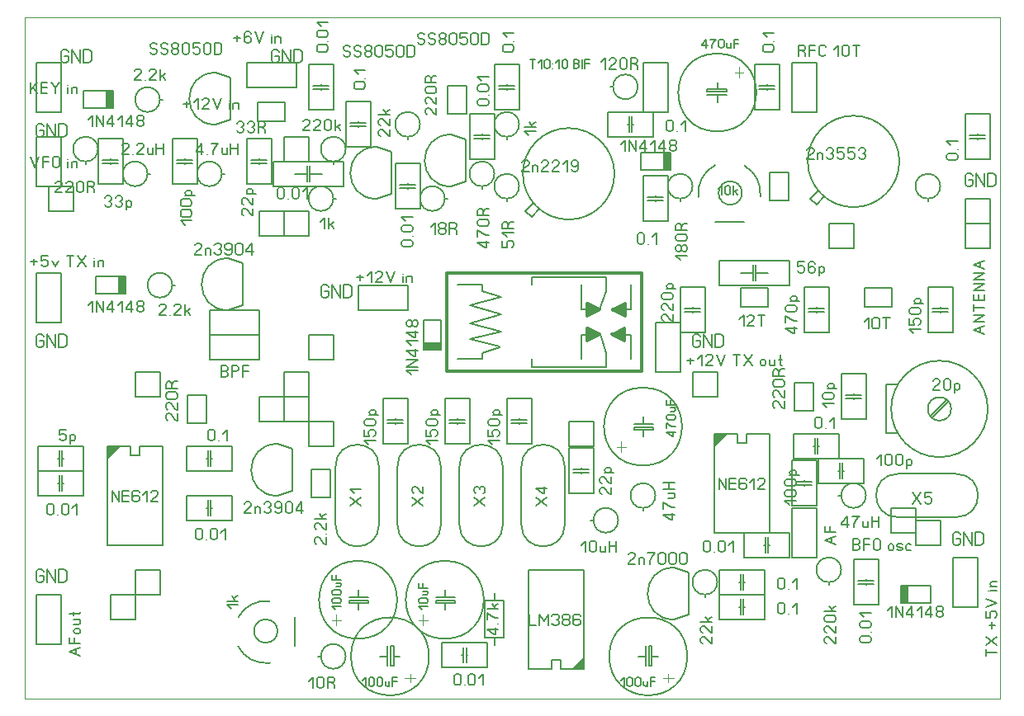
<source format=gbr>
%FSLAX34Y34*%
%MOMM*%
%LNCOPPER_BOTTOM*%
G71*
G01*
%ADD10C, 0.00*%
%ADD11C, 0.15*%
%ADD12C, 0.21*%
%ADD13C, 0.10*%
%ADD14C, 0.16*%
%ADD15C, 0.12*%
%ADD16C, 0.00*%
%ADD17C, 0.30*%
%ADD18C, 0.20*%
%ADD19C, 0.17*%
%LPD*%
G54D10*
X-50000Y1050000D02*
X950000Y1050000D01*
X950000Y350000D01*
X-50000Y350000D01*
X-50000Y1050000D01*
G54D11*
X-38100Y1003300D02*
X-12700Y1003300D01*
X-12700Y952500D01*
X-38100Y952500D01*
X-38100Y1003300D01*
G54D11*
X88900Y965200D02*
X92000Y965200D01*
G54D11*
G75*
G01X88900Y965200D02*
G03X88900Y965200I-12700J0D01*
G01*
G54D12*
X69774Y985127D02*
X62841Y985127D01*
X62841Y985849D01*
X63708Y987294D01*
X68908Y991627D01*
X69774Y993071D01*
X69774Y994516D01*
X68908Y995960D01*
X67174Y996683D01*
X65441Y996683D01*
X63708Y995960D01*
X62841Y994516D01*
G54D12*
X73818Y985127D02*
X73818Y985127D01*
G54D12*
X84795Y985127D02*
X77862Y985127D01*
X77862Y985849D01*
X78729Y987294D01*
X83929Y991627D01*
X84795Y993071D01*
X84795Y994516D01*
X83929Y995960D01*
X82195Y996683D01*
X80462Y996683D01*
X78729Y995960D01*
X77862Y994516D01*
G54D12*
X88839Y985127D02*
X88839Y996683D01*
G54D12*
X91439Y989460D02*
X94039Y985127D01*
G54D12*
X88839Y988016D02*
X94039Y991627D01*
G54D11*
X40600Y956500D02*
X40600Y973900D01*
X10200Y973900D01*
X10200Y956500D01*
X40600Y956500D01*
G36*
X40500Y956600D02*
X40500Y973300D01*
X33300Y973300D01*
X33300Y956600D01*
X40500Y956600D01*
G37*
G54D13*
X40500Y956600D02*
X40500Y973300D01*
X33300Y973300D01*
X33300Y956600D01*
X40500Y956600D01*
G54D12*
X15845Y944916D02*
X20179Y949250D01*
X20179Y937694D01*
G54D12*
X24222Y937694D02*
X24222Y949250D01*
X31156Y937694D01*
X31156Y949250D01*
G54D12*
X40399Y937694D02*
X40399Y949250D01*
X35199Y942027D01*
X35199Y940583D01*
X42133Y940583D01*
G54D12*
X46176Y944916D02*
X50510Y949250D01*
X50510Y937694D01*
G54D12*
X59753Y937694D02*
X59753Y949250D01*
X54553Y942027D01*
X54553Y940583D01*
X61487Y940583D01*
G54D12*
X69864Y943472D02*
X68130Y943472D01*
X66397Y944194D01*
X65530Y945638D01*
X65530Y947083D01*
X66397Y948527D01*
X68130Y949250D01*
X69864Y949250D01*
X71597Y948527D01*
X72464Y947083D01*
X72464Y945638D01*
X71597Y944194D01*
X69864Y943472D01*
X71597Y942750D01*
X72464Y941305D01*
X72464Y939861D01*
X71597Y938416D01*
X69864Y937694D01*
X68130Y937694D01*
X66397Y938416D01*
X65530Y939861D01*
X65530Y941305D01*
X66397Y942750D01*
X68130Y943472D01*
G54D11*
X145766Y939471D02*
X160966Y944371D01*
X160966Y987971D01*
X145766Y992871D01*
G54D11*
G75*
G01X145666Y992821D02*
G03X145666Y939521I0J-26650D01*
G01*
G54D12*
X79316Y1014052D02*
X80183Y1012607D01*
X81916Y1011885D01*
X83649Y1011885D01*
X85383Y1012607D01*
X86249Y1014052D01*
X86249Y1015496D01*
X85383Y1016941D01*
X83649Y1017663D01*
X81916Y1017663D01*
X80183Y1018385D01*
X79316Y1019829D01*
X79316Y1021274D01*
X80183Y1022718D01*
X81916Y1023441D01*
X83649Y1023441D01*
X85383Y1022718D01*
X86249Y1021274D01*
G54D12*
X90293Y1014052D02*
X91160Y1012607D01*
X92893Y1011885D01*
X94626Y1011885D01*
X96360Y1012607D01*
X97226Y1014052D01*
X97226Y1015496D01*
X96360Y1016941D01*
X94626Y1017663D01*
X92893Y1017663D01*
X91160Y1018385D01*
X90293Y1019829D01*
X90293Y1021274D01*
X91160Y1022718D01*
X92893Y1023441D01*
X94626Y1023441D01*
X96360Y1022718D01*
X97226Y1021274D01*
G54D12*
X105603Y1017663D02*
X103870Y1017663D01*
X102137Y1018385D01*
X101270Y1019829D01*
X101270Y1021274D01*
X102137Y1022718D01*
X103870Y1023441D01*
X105603Y1023441D01*
X107337Y1022718D01*
X108203Y1021274D01*
X108203Y1019829D01*
X107337Y1018385D01*
X105603Y1017663D01*
X107337Y1016941D01*
X108203Y1015496D01*
X108203Y1014052D01*
X107337Y1012607D01*
X105603Y1011885D01*
X103870Y1011885D01*
X102137Y1012607D01*
X101270Y1014052D01*
X101270Y1015496D01*
X102137Y1016941D01*
X103870Y1017663D01*
G54D12*
X119180Y1021274D02*
X119180Y1014052D01*
X118314Y1012607D01*
X116580Y1011885D01*
X114847Y1011885D01*
X113114Y1012607D01*
X112247Y1014052D01*
X112247Y1021274D01*
X113114Y1022718D01*
X114847Y1023441D01*
X116580Y1023441D01*
X118314Y1022718D01*
X119180Y1021274D01*
G54D12*
X130157Y1023441D02*
X123224Y1023441D01*
X123224Y1018385D01*
X124091Y1018385D01*
X125824Y1019107D01*
X127557Y1019107D01*
X129291Y1018385D01*
X130157Y1016941D01*
X130157Y1014052D01*
X129291Y1012607D01*
X127557Y1011885D01*
X125824Y1011885D01*
X124091Y1012607D01*
X123224Y1014052D01*
G54D12*
X141134Y1021274D02*
X141134Y1014052D01*
X140268Y1012607D01*
X138534Y1011885D01*
X136801Y1011885D01*
X135068Y1012607D01*
X134201Y1014052D01*
X134201Y1021274D01*
X135068Y1022718D01*
X136801Y1023441D01*
X138534Y1023441D01*
X140268Y1022718D01*
X141134Y1021274D01*
G54D12*
X145178Y1011885D02*
X145178Y1023441D01*
X149511Y1023441D01*
X151245Y1022718D01*
X152111Y1021274D01*
X152111Y1014052D01*
X151245Y1012607D01*
X149511Y1011885D01*
X145178Y1011885D01*
G54D11*
X177800Y977900D02*
X177800Y1003300D01*
X228600Y1003300D01*
X228600Y977900D01*
X177800Y977900D01*
G54D12*
X164350Y1028306D02*
X171283Y1028306D01*
G54D12*
X167817Y1031194D02*
X167817Y1025417D01*
G54D12*
X182260Y1032639D02*
X181394Y1034083D01*
X179660Y1034806D01*
X177927Y1034806D01*
X176194Y1034083D01*
X175327Y1032639D01*
X175327Y1029028D01*
X175327Y1028306D01*
X177927Y1029750D01*
X179660Y1029750D01*
X181394Y1029028D01*
X182260Y1027583D01*
X182260Y1025417D01*
X181394Y1023972D01*
X179660Y1023250D01*
X177927Y1023250D01*
X176194Y1023972D01*
X175327Y1025417D01*
X175327Y1029028D01*
G54D12*
X186304Y1034806D02*
X190637Y1023250D01*
X194971Y1034806D01*
G54D12*
X203232Y1023250D02*
X203232Y1029750D01*
G54D12*
X203232Y1031917D02*
X203232Y1031917D01*
G54D12*
X207276Y1023250D02*
X207276Y1029750D01*
G54D12*
X207276Y1028306D02*
X208143Y1029317D01*
X209876Y1029750D01*
X211609Y1029317D01*
X212476Y1028306D01*
X212476Y1023250D01*
G54D11*
X188900Y962000D02*
X217500Y962000D01*
X217500Y943000D01*
X188900Y943000D01*
X188900Y962000D01*
G54D12*
X167800Y940539D02*
X168667Y941983D01*
X170400Y942706D01*
X172133Y942706D01*
X173867Y941983D01*
X174733Y940539D01*
X174733Y939094D01*
X173867Y937650D01*
X172133Y936928D01*
X173867Y936206D01*
X174733Y934761D01*
X174733Y933317D01*
X173867Y931872D01*
X172133Y931150D01*
X170400Y931150D01*
X168667Y931872D01*
X167800Y933317D01*
G54D12*
X178777Y940539D02*
X179644Y941983D01*
X181377Y942706D01*
X183110Y942706D01*
X184844Y941983D01*
X185710Y940539D01*
X185710Y939094D01*
X184844Y937650D01*
X183110Y936928D01*
X184844Y936206D01*
X185710Y934761D01*
X185710Y933317D01*
X184844Y931872D01*
X183110Y931150D01*
X181377Y931150D01*
X179644Y931872D01*
X178777Y933317D01*
G54D12*
X193221Y936928D02*
X195821Y935483D01*
X196687Y934039D01*
X196687Y931150D01*
G54D12*
X189754Y931150D02*
X189754Y942706D01*
X194087Y942706D01*
X195821Y941983D01*
X196687Y940539D01*
X196687Y939094D01*
X195821Y937650D01*
X194087Y936928D01*
X189754Y936928D01*
G54D11*
X266700Y1001000D02*
X241300Y1001000D01*
X241300Y954800D01*
X266700Y954800D01*
X266700Y1001000D01*
G54D11*
X262000Y979500D02*
X246000Y979500D01*
G54D11*
X262000Y976300D02*
X246000Y976300D01*
G54D11*
X254000Y979500D02*
X254000Y981100D01*
G54D11*
X254000Y976300D02*
X254000Y974700D01*
G54D12*
X251861Y1021383D02*
X259083Y1021383D01*
X260528Y1020517D01*
X261250Y1018783D01*
X261250Y1017050D01*
X260528Y1015317D01*
X259083Y1014450D01*
X251861Y1014450D01*
X250417Y1015317D01*
X249694Y1017050D01*
X249694Y1018783D01*
X250417Y1020517D01*
X251861Y1021383D01*
G54D12*
X261250Y1025427D02*
X261250Y1025427D01*
G54D12*
X251861Y1036404D02*
X259083Y1036404D01*
X260528Y1035538D01*
X261250Y1033804D01*
X261250Y1032071D01*
X260528Y1030338D01*
X259083Y1029471D01*
X251861Y1029471D01*
X250417Y1030338D01*
X249694Y1032071D01*
X249694Y1033804D01*
X250417Y1035538D01*
X251861Y1036404D01*
G54D12*
X254028Y1040448D02*
X249694Y1044781D01*
X261250Y1044781D01*
G54D11*
X310866Y863271D02*
X326066Y868171D01*
X326066Y911771D01*
X310866Y916671D01*
G54D11*
G75*
G01X310766Y916621D02*
G03X310766Y863321I0J-26650D01*
G01*
G54D12*
X276866Y1011524D02*
X277732Y1010079D01*
X279466Y1009357D01*
X281199Y1009357D01*
X282932Y1010079D01*
X283799Y1011524D01*
X283799Y1012968D01*
X282932Y1014413D01*
X281199Y1015135D01*
X279466Y1015135D01*
X277732Y1015857D01*
X276866Y1017301D01*
X276866Y1018746D01*
X277732Y1020190D01*
X279466Y1020913D01*
X281199Y1020913D01*
X282932Y1020190D01*
X283799Y1018746D01*
G54D12*
X287843Y1011524D02*
X288709Y1010079D01*
X290443Y1009357D01*
X292176Y1009357D01*
X293909Y1010079D01*
X294776Y1011524D01*
X294776Y1012968D01*
X293909Y1014413D01*
X292176Y1015135D01*
X290443Y1015135D01*
X288709Y1015857D01*
X287843Y1017301D01*
X287843Y1018746D01*
X288709Y1020190D01*
X290443Y1020913D01*
X292176Y1020913D01*
X293909Y1020190D01*
X294776Y1018746D01*
G54D12*
X303153Y1015135D02*
X301420Y1015135D01*
X299686Y1015857D01*
X298820Y1017301D01*
X298820Y1018746D01*
X299686Y1020190D01*
X301420Y1020913D01*
X303153Y1020913D01*
X304886Y1020190D01*
X305753Y1018746D01*
X305753Y1017301D01*
X304886Y1015857D01*
X303153Y1015135D01*
X304886Y1014413D01*
X305753Y1012968D01*
X305753Y1011524D01*
X304886Y1010079D01*
X303153Y1009357D01*
X301420Y1009357D01*
X299686Y1010079D01*
X298820Y1011524D01*
X298820Y1012968D01*
X299686Y1014413D01*
X301420Y1015135D01*
G54D12*
X316730Y1018746D02*
X316730Y1011524D01*
X315863Y1010079D01*
X314130Y1009357D01*
X312397Y1009357D01*
X310663Y1010079D01*
X309797Y1011524D01*
X309797Y1018746D01*
X310663Y1020190D01*
X312397Y1020913D01*
X314130Y1020913D01*
X315863Y1020190D01*
X316730Y1018746D01*
G54D12*
X327707Y1020913D02*
X320774Y1020913D01*
X320774Y1015857D01*
X321640Y1015857D01*
X323374Y1016579D01*
X325107Y1016579D01*
X326840Y1015857D01*
X327707Y1014413D01*
X327707Y1011524D01*
X326840Y1010079D01*
X325107Y1009357D01*
X323374Y1009357D01*
X321640Y1010079D01*
X320774Y1011524D01*
G54D12*
X338684Y1018746D02*
X338684Y1011524D01*
X337817Y1010079D01*
X336084Y1009357D01*
X334351Y1009357D01*
X332617Y1010079D01*
X331751Y1011524D01*
X331751Y1018746D01*
X332617Y1020190D01*
X334351Y1020913D01*
X336084Y1020913D01*
X337817Y1020190D01*
X338684Y1018746D01*
G54D12*
X342728Y1009357D02*
X342728Y1020913D01*
X347061Y1020913D01*
X348794Y1020190D01*
X349661Y1018746D01*
X349661Y1011524D01*
X348794Y1010079D01*
X347061Y1009357D01*
X342728Y1009357D01*
G54D11*
X-38100Y927100D02*
X-12700Y927100D01*
X-12700Y876300D01*
X-38100Y876300D01*
X-38100Y927100D01*
G54D12*
X-43550Y906906D02*
X-39217Y895350D01*
X-34883Y906906D01*
G54D12*
X-30839Y895350D02*
X-30839Y906906D01*
X-24772Y906906D01*
G54D12*
X-30839Y901128D02*
X-24772Y901128D01*
G54D12*
X-13795Y904739D02*
X-13795Y897517D01*
X-14661Y896072D01*
X-16395Y895350D01*
X-18128Y895350D01*
X-19861Y896072D01*
X-20728Y897517D01*
X-20728Y904739D01*
X-19861Y906183D01*
X-18128Y906906D01*
X-16395Y906906D01*
X-14661Y906183D01*
X-13795Y904739D01*
G54D12*
X-5534Y895350D02*
X-5534Y901850D01*
G54D12*
X-5534Y904017D02*
X-5534Y904017D01*
G54D12*
X-1490Y895350D02*
X-1490Y901850D01*
G54D12*
X-1490Y900406D02*
X-623Y901417D01*
X1110Y901850D01*
X2843Y901417D01*
X3710Y900406D01*
X3710Y895350D01*
G54D11*
X12700Y901700D02*
X12700Y898600D01*
G54D11*
G75*
G01X12700Y901700D02*
G03X12700Y901700I0J12700D01*
G01*
G54D12*
X-11240Y869859D02*
X-18173Y869859D01*
X-18173Y870581D01*
X-17306Y872026D01*
X-12106Y876359D01*
X-11240Y877803D01*
X-11240Y879248D01*
X-12106Y880692D01*
X-13840Y881415D01*
X-15573Y881415D01*
X-17306Y880692D01*
X-18173Y879248D01*
G54D12*
X-263Y869859D02*
X-7196Y869859D01*
X-7196Y870581D01*
X-6329Y872026D01*
X-1129Y876359D01*
X-263Y877803D01*
X-263Y879248D01*
X-1129Y880692D01*
X-2863Y881415D01*
X-4596Y881415D01*
X-6329Y880692D01*
X-7196Y879248D01*
G54D12*
X10714Y879248D02*
X10714Y872026D01*
X9848Y870581D01*
X8114Y869859D01*
X6381Y869859D01*
X4648Y870581D01*
X3781Y872026D01*
X3781Y879248D01*
X4648Y880692D01*
X6381Y881415D01*
X8114Y881415D01*
X9848Y880692D01*
X10714Y879248D01*
G54D12*
X18225Y875637D02*
X20825Y874192D01*
X21691Y872748D01*
X21691Y869859D01*
G54D12*
X14758Y869859D02*
X14758Y881415D01*
X19091Y881415D01*
X20825Y880692D01*
X21691Y879248D01*
X21691Y877803D01*
X20825Y876359D01*
X19091Y875637D01*
X14758Y875637D01*
G54D11*
X50800Y924800D02*
X25400Y924800D01*
X25400Y878600D01*
X50800Y878600D01*
X50800Y924800D01*
G54D11*
X46100Y903300D02*
X30100Y903300D01*
G54D11*
X46100Y900100D02*
X30100Y900100D01*
G54D11*
X38100Y903300D02*
X38100Y904900D01*
G54D11*
X38100Y900100D02*
X38100Y898500D01*
G54D12*
X32650Y864339D02*
X33517Y865783D01*
X35250Y866506D01*
X36983Y866506D01*
X38717Y865783D01*
X39583Y864339D01*
X39583Y862894D01*
X38717Y861450D01*
X36983Y860728D01*
X38717Y860006D01*
X39583Y858561D01*
X39583Y857117D01*
X38717Y855672D01*
X36983Y854950D01*
X35250Y854950D01*
X33517Y855672D01*
X32650Y857117D01*
G54D12*
X43627Y864339D02*
X44494Y865783D01*
X46227Y866506D01*
X47960Y866506D01*
X49694Y865783D01*
X50560Y864339D01*
X50560Y862894D01*
X49694Y861450D01*
X47960Y860728D01*
X49694Y860006D01*
X50560Y858561D01*
X50560Y857117D01*
X49694Y855672D01*
X47960Y854950D01*
X46227Y854950D01*
X44494Y855672D01*
X43627Y857117D01*
G54D12*
X54604Y861450D02*
X54604Y852061D01*
G54D12*
X54604Y857117D02*
X55471Y855239D01*
X57204Y854950D01*
X58937Y855239D01*
X59804Y856683D01*
X59804Y859572D01*
X58937Y861017D01*
X57204Y861450D01*
X55471Y861017D01*
X54604Y859283D01*
G54D11*
X76200Y889000D02*
X79300Y889000D01*
G54D11*
G75*
G01X76200Y889000D02*
G03X76200Y889000I-12700J0D01*
G01*
G54D12*
X57074Y908927D02*
X50141Y908927D01*
X50141Y909649D01*
X51008Y911094D01*
X56208Y915427D01*
X57074Y916871D01*
X57074Y918316D01*
X56208Y919760D01*
X54474Y920483D01*
X52741Y920483D01*
X51008Y919760D01*
X50141Y918316D01*
G54D12*
X61118Y908927D02*
X61118Y908927D01*
G54D12*
X72095Y908927D02*
X65162Y908927D01*
X65162Y909649D01*
X66029Y911094D01*
X71229Y915427D01*
X72095Y916871D01*
X72095Y918316D01*
X71229Y919760D01*
X69495Y920483D01*
X67762Y920483D01*
X66029Y919760D01*
X65162Y918316D01*
G54D12*
X81339Y915427D02*
X81339Y908927D01*
G54D12*
X81339Y910371D02*
X80472Y909216D01*
X78739Y908927D01*
X77006Y909216D01*
X76139Y910371D01*
X76139Y915427D01*
G54D12*
X85383Y908927D02*
X85383Y920483D01*
G54D12*
X92316Y908927D02*
X92316Y920483D01*
G54D12*
X85383Y914705D02*
X92316Y914705D01*
G54D11*
X127000Y924800D02*
X101600Y924800D01*
X101600Y878600D01*
X127000Y878600D01*
X127000Y924800D01*
G54D11*
X122300Y903300D02*
X106300Y903300D01*
G54D11*
X122300Y900100D02*
X106300Y900100D01*
G54D11*
X114300Y903300D02*
X114300Y904900D01*
G54D11*
X114300Y900100D02*
X114300Y898500D01*
G54D12*
X114328Y836650D02*
X109994Y840983D01*
X121550Y840983D01*
G54D12*
X112161Y851960D02*
X119383Y851960D01*
X120828Y851094D01*
X121550Y849360D01*
X121550Y847627D01*
X120828Y845894D01*
X119383Y845027D01*
X112161Y845027D01*
X110717Y845894D01*
X109994Y847627D01*
X109994Y849360D01*
X110717Y851094D01*
X112161Y851960D01*
G54D12*
X112161Y862937D02*
X119383Y862937D01*
X120828Y862071D01*
X121550Y860337D01*
X121550Y858604D01*
X120828Y856871D01*
X119383Y856004D01*
X112161Y856004D01*
X110717Y856871D01*
X109994Y858604D01*
X109994Y860337D01*
X110717Y862071D01*
X112161Y862937D01*
G54D12*
X115050Y866981D02*
X124439Y866981D01*
G54D12*
X119383Y866981D02*
X121261Y867848D01*
X121550Y869581D01*
X121261Y871314D01*
X119817Y872181D01*
X116928Y872181D01*
X115483Y871314D01*
X115050Y869581D01*
X115483Y867848D01*
X117217Y866981D01*
G54D11*
X152400Y889000D02*
X155500Y889000D01*
G54D11*
G75*
G01X152400Y889000D02*
G03X152400Y889000I-12700J0D01*
G01*
G54D12*
X131541Y908927D02*
X131541Y920483D01*
X126341Y913260D01*
X126341Y911816D01*
X133274Y911816D01*
G54D12*
X137318Y908927D02*
X137318Y908927D01*
G54D12*
X141362Y920483D02*
X148295Y920483D01*
X147429Y919038D01*
X145695Y916871D01*
X143962Y913983D01*
X143095Y911816D01*
X143095Y908927D01*
G54D12*
X157539Y915427D02*
X157539Y908927D01*
G54D12*
X157539Y910371D02*
X156672Y909216D01*
X154939Y908927D01*
X153206Y909216D01*
X152339Y910371D01*
X152339Y915427D01*
G54D12*
X161583Y908927D02*
X161583Y920483D01*
G54D12*
X168516Y908927D02*
X168516Y920483D01*
G54D12*
X161583Y914705D02*
X168516Y914705D01*
G54D11*
X203200Y924800D02*
X177800Y924800D01*
X177800Y878600D01*
X203200Y878600D01*
X203200Y924800D01*
G54D11*
X198500Y903300D02*
X182500Y903300D01*
G54D11*
X198500Y900100D02*
X182500Y900100D01*
G54D11*
X190500Y903300D02*
X190500Y904900D01*
G54D11*
X190500Y900100D02*
X190500Y898500D01*
G54D12*
X184300Y853490D02*
X184300Y846556D01*
X183578Y846556D01*
X182133Y847423D01*
X177800Y852623D01*
X176356Y853490D01*
X174911Y853490D01*
X173467Y852623D01*
X172744Y850890D01*
X172744Y849156D01*
X173467Y847423D01*
X174911Y846556D01*
G54D12*
X184300Y864467D02*
X184300Y857533D01*
X183578Y857533D01*
X182133Y858400D01*
X177800Y863600D01*
X176356Y864467D01*
X174911Y864467D01*
X173467Y863600D01*
X172744Y861867D01*
X172744Y860133D01*
X173467Y858400D01*
X174911Y857533D01*
G54D12*
X177800Y868510D02*
X187189Y868510D01*
G54D12*
X182133Y868510D02*
X184011Y869377D01*
X184300Y871110D01*
X184011Y872844D01*
X182567Y873710D01*
X179678Y873710D01*
X178233Y872844D01*
X177800Y871110D01*
X178233Y869377D01*
X179967Y868510D01*
G54D11*
X266700Y901700D02*
X266700Y898600D01*
G54D11*
G75*
G01X266700Y901700D02*
G03X266700Y901700I0J12700D01*
G01*
G54D12*
X242760Y933359D02*
X235827Y933359D01*
X235827Y934081D01*
X236694Y935526D01*
X241894Y939859D01*
X242760Y941303D01*
X242760Y942748D01*
X241894Y944192D01*
X240160Y944915D01*
X238427Y944915D01*
X236694Y944192D01*
X235827Y942748D01*
G54D12*
X253737Y933359D02*
X246804Y933359D01*
X246804Y934081D01*
X247671Y935526D01*
X252871Y939859D01*
X253737Y941303D01*
X253737Y942748D01*
X252871Y944192D01*
X251137Y944915D01*
X249404Y944915D01*
X247671Y944192D01*
X246804Y942748D01*
G54D12*
X264714Y942748D02*
X264714Y935526D01*
X263848Y934081D01*
X262114Y933359D01*
X260381Y933359D01*
X258648Y934081D01*
X257781Y935526D01*
X257781Y942748D01*
X258648Y944192D01*
X260381Y944915D01*
X262114Y944915D01*
X263848Y944192D01*
X264714Y942748D01*
G54D12*
X268758Y933359D02*
X268758Y944915D01*
G54D12*
X271358Y937692D02*
X273958Y933359D01*
G54D12*
X268758Y936248D02*
X273958Y939859D01*
G54D11*
X304800Y962900D02*
X279400Y962900D01*
X279400Y916700D01*
X304800Y916700D01*
X304800Y962900D01*
G54D11*
X300100Y941400D02*
X284100Y941400D01*
G54D11*
X300100Y938200D02*
X284100Y938200D01*
G54D11*
X292100Y941400D02*
X292100Y943000D01*
G54D11*
X292100Y938200D02*
X292100Y936600D01*
G54D12*
X289961Y983283D02*
X297183Y983283D01*
X298628Y982417D01*
X299350Y980683D01*
X299350Y978950D01*
X298628Y977217D01*
X297183Y976350D01*
X289961Y976350D01*
X288517Y977217D01*
X287794Y978950D01*
X287794Y980683D01*
X288517Y982417D01*
X289961Y983283D01*
G54D12*
X299350Y987327D02*
X299350Y987327D01*
G54D12*
X292128Y991371D02*
X287794Y995704D01*
X299350Y995704D01*
G54D11*
X330200Y853200D02*
X355600Y853200D01*
X355600Y899400D01*
X330200Y899400D01*
X330200Y853200D01*
G54D11*
X334900Y874700D02*
X350900Y874700D01*
G54D11*
X334900Y877900D02*
X350900Y877900D01*
G54D11*
X342900Y874700D02*
X342900Y873100D01*
G54D11*
X342900Y877900D02*
X342900Y879500D01*
G54D12*
X338961Y821283D02*
X346183Y821283D01*
X347628Y820417D01*
X348350Y818683D01*
X348350Y816950D01*
X347628Y815217D01*
X346183Y814350D01*
X338961Y814350D01*
X337517Y815217D01*
X336794Y816950D01*
X336794Y818683D01*
X337517Y820417D01*
X338961Y821283D01*
G54D12*
X348350Y825327D02*
X348350Y825327D01*
G54D12*
X338961Y836304D02*
X346183Y836304D01*
X347628Y835438D01*
X348350Y833704D01*
X348350Y831971D01*
X347628Y830238D01*
X346183Y829371D01*
X338961Y829371D01*
X337517Y830238D01*
X336794Y831971D01*
X336794Y833704D01*
X337517Y835438D01*
X338961Y836304D01*
G54D12*
X341128Y840348D02*
X336794Y844681D01*
X348350Y844681D01*
G54D11*
X387066Y875971D02*
X402266Y880871D01*
X402266Y924471D01*
X387066Y929371D01*
G54D11*
G75*
G01X386966Y929321D02*
G03X386966Y876021I0J-26650D01*
G01*
G54D12*
X353066Y1024224D02*
X353932Y1022779D01*
X355666Y1022057D01*
X357399Y1022057D01*
X359132Y1022779D01*
X359999Y1024224D01*
X359999Y1025668D01*
X359132Y1027113D01*
X357399Y1027835D01*
X355666Y1027835D01*
X353932Y1028557D01*
X353066Y1030001D01*
X353066Y1031446D01*
X353932Y1032890D01*
X355666Y1033613D01*
X357399Y1033613D01*
X359132Y1032890D01*
X359999Y1031446D01*
G54D12*
X364043Y1024224D02*
X364909Y1022779D01*
X366643Y1022057D01*
X368376Y1022057D01*
X370109Y1022779D01*
X370976Y1024224D01*
X370976Y1025668D01*
X370109Y1027113D01*
X368376Y1027835D01*
X366643Y1027835D01*
X364909Y1028557D01*
X364043Y1030001D01*
X364043Y1031446D01*
X364909Y1032890D01*
X366643Y1033613D01*
X368376Y1033613D01*
X370109Y1032890D01*
X370976Y1031446D01*
G54D12*
X379353Y1027835D02*
X377620Y1027835D01*
X375886Y1028557D01*
X375020Y1030001D01*
X375020Y1031446D01*
X375886Y1032890D01*
X377620Y1033613D01*
X379353Y1033613D01*
X381086Y1032890D01*
X381953Y1031446D01*
X381953Y1030001D01*
X381086Y1028557D01*
X379353Y1027835D01*
X381086Y1027113D01*
X381953Y1025668D01*
X381953Y1024224D01*
X381086Y1022779D01*
X379353Y1022057D01*
X377620Y1022057D01*
X375886Y1022779D01*
X375020Y1024224D01*
X375020Y1025668D01*
X375886Y1027113D01*
X377620Y1027835D01*
G54D12*
X392930Y1031446D02*
X392930Y1024224D01*
X392063Y1022779D01*
X390330Y1022057D01*
X388597Y1022057D01*
X386863Y1022779D01*
X385997Y1024224D01*
X385997Y1031446D01*
X386863Y1032890D01*
X388597Y1033613D01*
X390330Y1033613D01*
X392063Y1032890D01*
X392930Y1031446D01*
G54D12*
X403907Y1033613D02*
X396974Y1033613D01*
X396974Y1028557D01*
X397840Y1028557D01*
X399574Y1029279D01*
X401307Y1029279D01*
X403040Y1028557D01*
X403907Y1027113D01*
X403907Y1024224D01*
X403040Y1022779D01*
X401307Y1022057D01*
X399574Y1022057D01*
X397840Y1022779D01*
X396974Y1024224D01*
G54D12*
X414884Y1031446D02*
X414884Y1024224D01*
X414017Y1022779D01*
X412284Y1022057D01*
X410551Y1022057D01*
X408817Y1022779D01*
X407951Y1024224D01*
X407951Y1031446D01*
X408817Y1032890D01*
X410551Y1033613D01*
X412284Y1033613D01*
X414017Y1032890D01*
X414884Y1031446D01*
G54D12*
X418928Y1022057D02*
X418928Y1033613D01*
X423261Y1033613D01*
X424994Y1032890D01*
X425861Y1031446D01*
X425861Y1024224D01*
X424994Y1022779D01*
X423261Y1022057D01*
X418928Y1022057D01*
G54D11*
X342900Y927100D02*
X342900Y924000D01*
G54D11*
G75*
G01X342900Y927100D02*
G03X342900Y927100I0J12700D01*
G01*
G54D12*
X324727Y934692D02*
X324727Y927759D01*
X324005Y927759D01*
X322560Y928626D01*
X318227Y933826D01*
X316783Y934692D01*
X315338Y934692D01*
X313894Y933826D01*
X313171Y932092D01*
X313171Y930359D01*
X313894Y928626D01*
X315338Y927759D01*
G54D12*
X324727Y945669D02*
X324727Y938736D01*
X324005Y938736D01*
X322560Y939603D01*
X318227Y944803D01*
X316783Y945669D01*
X315338Y945669D01*
X313894Y944803D01*
X313171Y943069D01*
X313171Y941336D01*
X313894Y939603D01*
X315338Y938736D01*
G54D12*
X324727Y949713D02*
X313171Y949713D01*
G54D12*
X320394Y952313D02*
X324727Y954913D01*
G54D12*
X321838Y949713D02*
X318227Y954913D01*
G54D11*
X266700Y863600D02*
X269800Y863600D01*
G54D11*
G75*
G01X266700Y863600D02*
G03X266700Y863600I-12700J0D01*
G01*
G54D12*
X253341Y839949D02*
X257674Y844283D01*
X257674Y832727D01*
G54D12*
X261718Y832727D02*
X261718Y844283D01*
G54D12*
X264318Y837060D02*
X266918Y832727D01*
G54D12*
X261718Y835616D02*
X266918Y839227D01*
G54D11*
X403200Y979500D02*
X403200Y950900D01*
X384200Y950900D01*
X384200Y979500D01*
X403200Y979500D01*
G54D12*
X372350Y956733D02*
X372350Y949800D01*
X371628Y949800D01*
X370183Y950667D01*
X365850Y955867D01*
X364406Y956733D01*
X362961Y956733D01*
X361517Y955867D01*
X360794Y954133D01*
X360794Y952400D01*
X361517Y950667D01*
X362961Y949800D01*
G54D12*
X372350Y967710D02*
X372350Y960777D01*
X371628Y960777D01*
X370183Y961644D01*
X365850Y966844D01*
X364406Y967710D01*
X362961Y967710D01*
X361517Y966844D01*
X360794Y965110D01*
X360794Y963377D01*
X361517Y961644D01*
X362961Y960777D01*
G54D12*
X362961Y978687D02*
X370183Y978687D01*
X371628Y977821D01*
X372350Y976087D01*
X372350Y974354D01*
X371628Y972621D01*
X370183Y971754D01*
X362961Y971754D01*
X361517Y972621D01*
X360794Y974354D01*
X360794Y976087D01*
X361517Y977821D01*
X362961Y978687D01*
G54D12*
X366572Y986198D02*
X368017Y988798D01*
X369461Y989664D01*
X372350Y989664D01*
G54D12*
X372350Y982731D02*
X360794Y982731D01*
X360794Y987064D01*
X361517Y988798D01*
X362961Y989664D01*
X364406Y989664D01*
X365850Y988798D01*
X366572Y987064D01*
X366572Y982731D01*
G54D11*
X381000Y863600D02*
X384100Y863600D01*
G54D11*
G75*
G01X381000Y863600D02*
G03X381000Y863600I-12700J0D01*
G01*
G54D12*
X366556Y834589D02*
X370890Y838922D01*
X370890Y827367D01*
G54D12*
X379267Y833144D02*
X377533Y833144D01*
X375800Y833867D01*
X374933Y835311D01*
X374933Y836756D01*
X375800Y838200D01*
X377533Y838922D01*
X379267Y838922D01*
X381000Y838200D01*
X381867Y836756D01*
X381867Y835311D01*
X381000Y833867D01*
X379267Y833144D01*
X381000Y832422D01*
X381867Y830978D01*
X381867Y829533D01*
X381000Y828089D01*
X379267Y827367D01*
X377533Y827367D01*
X375800Y828089D01*
X374933Y829533D01*
X374933Y830978D01*
X375800Y832422D01*
X377533Y833144D01*
G54D12*
X389377Y833144D02*
X391977Y831700D01*
X392844Y830256D01*
X392844Y827367D01*
G54D12*
X385910Y827367D02*
X385910Y838922D01*
X390244Y838922D01*
X391977Y838200D01*
X392844Y836756D01*
X392844Y835311D01*
X391977Y833867D01*
X390244Y833144D01*
X385910Y833144D01*
G54D11*
X431800Y950200D02*
X406400Y950200D01*
X406400Y904000D01*
X431800Y904000D01*
X431800Y950200D01*
G54D11*
X427100Y928700D02*
X411100Y928700D01*
G54D11*
X427100Y925500D02*
X411100Y925500D01*
G54D11*
X419100Y928700D02*
X419100Y930300D01*
G54D11*
X419100Y925500D02*
X419100Y923900D01*
G54D12*
X416567Y965612D02*
X423789Y965612D01*
X425233Y964746D01*
X425956Y963012D01*
X425956Y961279D01*
X425233Y959546D01*
X423789Y958679D01*
X416567Y958679D01*
X415122Y959546D01*
X414400Y961279D01*
X414400Y963012D01*
X415122Y964746D01*
X416567Y965612D01*
G54D12*
X425956Y969656D02*
X425956Y969656D01*
G54D12*
X416567Y980633D02*
X423789Y980633D01*
X425233Y979767D01*
X425956Y978033D01*
X425956Y976300D01*
X425233Y974567D01*
X423789Y973700D01*
X416567Y973700D01*
X415122Y974567D01*
X414400Y976300D01*
X414400Y978033D01*
X415122Y979767D01*
X416567Y980633D01*
G54D12*
X418733Y984677D02*
X414400Y989010D01*
X425956Y989010D01*
G54D11*
X419100Y876300D02*
X419100Y873200D01*
G54D11*
G75*
G01X419100Y876300D02*
G03X419100Y876300I0J12700D01*
G01*
G54D12*
X426327Y818659D02*
X414771Y818659D01*
X421994Y813459D01*
X423438Y813459D01*
X423438Y820392D01*
G54D12*
X414771Y824436D02*
X414771Y831369D01*
X416216Y830503D01*
X418383Y828769D01*
X421271Y827036D01*
X423438Y826169D01*
X426327Y826169D01*
G54D12*
X416938Y842346D02*
X424160Y842346D01*
X425605Y841480D01*
X426327Y839746D01*
X426327Y838013D01*
X425605Y836280D01*
X424160Y835413D01*
X416938Y835413D01*
X415494Y836280D01*
X414771Y838013D01*
X414771Y839746D01*
X415494Y841480D01*
X416938Y842346D01*
G54D12*
X420549Y849857D02*
X421994Y852457D01*
X423438Y853323D01*
X426327Y853323D01*
G54D12*
X426327Y846390D02*
X414771Y846390D01*
X414771Y850723D01*
X415494Y852457D01*
X416938Y853323D01*
X418383Y853323D01*
X419827Y852457D01*
X420549Y850723D01*
X420549Y846390D01*
G54D11*
X444500Y927100D02*
X444500Y924000D01*
G54D11*
G75*
G01X444500Y927100D02*
G03X444500Y927100I0J12700D01*
G01*
G54D12*
X467011Y928823D02*
X462678Y933156D01*
X474233Y933156D01*
G54D12*
X474233Y937200D02*
X462678Y937200D01*
G54D12*
X469900Y939800D02*
X474233Y942400D01*
G54D12*
X471344Y937200D02*
X467733Y942400D01*
G54D11*
G75*
G01X508000Y935943D02*
G03X508000Y935943I0J-46950D01*
G01*
G54D11*
X478000Y852900D02*
X469900Y844800D01*
X463800Y850900D01*
X471900Y859000D01*
G54D12*
X467330Y891493D02*
X460397Y891493D01*
X460397Y892215D01*
X461264Y893660D01*
X466464Y897993D01*
X467330Y899437D01*
X467330Y900882D01*
X466464Y902326D01*
X464730Y903049D01*
X462997Y903049D01*
X461264Y902326D01*
X460397Y900882D01*
G54D12*
X471374Y891493D02*
X471374Y897993D01*
G54D12*
X471374Y896549D02*
X472241Y897560D01*
X473974Y897993D01*
X475707Y897560D01*
X476574Y896549D01*
X476574Y891493D01*
G54D12*
X487551Y891493D02*
X480618Y891493D01*
X480618Y892215D01*
X481485Y893660D01*
X486685Y897993D01*
X487551Y899437D01*
X487551Y900882D01*
X486685Y902326D01*
X484951Y903049D01*
X483218Y903049D01*
X481485Y902326D01*
X480618Y900882D01*
G54D12*
X498528Y891493D02*
X491595Y891493D01*
X491595Y892215D01*
X492462Y893660D01*
X497662Y897993D01*
X498528Y899437D01*
X498528Y900882D01*
X497662Y902326D01*
X495928Y903049D01*
X494195Y903049D01*
X492462Y902326D01*
X491595Y900882D01*
G54D12*
X502572Y898715D02*
X506905Y903049D01*
X506905Y891493D01*
G54D12*
X510949Y893660D02*
X511816Y892215D01*
X513549Y891493D01*
X515282Y891493D01*
X517016Y892215D01*
X517882Y893660D01*
X517882Y897271D01*
X517882Y897993D01*
X515282Y896549D01*
X513549Y896549D01*
X511816Y897271D01*
X510949Y898715D01*
X510949Y900882D01*
X511816Y902326D01*
X513549Y903049D01*
X515282Y903049D01*
X517016Y902326D01*
X517882Y900882D01*
X517882Y897271D01*
G54D11*
X444500Y863600D02*
X444500Y860500D01*
G54D11*
G75*
G01X444500Y863600D02*
G03X444500Y863600I0J12700D01*
G01*
G54D12*
X440171Y820392D02*
X440171Y813459D01*
X445227Y813459D01*
X445227Y814326D01*
X444505Y816059D01*
X444505Y817792D01*
X445227Y819526D01*
X446671Y820392D01*
X449560Y820392D01*
X451005Y819526D01*
X451727Y817792D01*
X451727Y816059D01*
X451005Y814326D01*
X449560Y813459D01*
G54D12*
X444505Y824436D02*
X440171Y828769D01*
X451727Y828769D01*
G54D12*
X445949Y836280D02*
X447394Y838880D01*
X448838Y839746D01*
X451727Y839746D01*
G54D12*
X451727Y832813D02*
X440171Y832813D01*
X440171Y837146D01*
X440894Y838880D01*
X442338Y839746D01*
X443783Y839746D01*
X445227Y838880D01*
X445949Y837146D01*
X445949Y832813D01*
G54D14*
X471127Y997365D02*
X471127Y1006254D01*
G54D14*
X468460Y1006254D02*
X473793Y1006254D01*
G54D14*
X476904Y1002921D02*
X480237Y1006254D01*
X480237Y997365D01*
G54D14*
X488681Y1004587D02*
X488681Y999032D01*
X488015Y997921D01*
X486681Y997365D01*
X485348Y997365D01*
X484015Y997921D01*
X483348Y999032D01*
X483348Y1004587D01*
X484015Y1005698D01*
X485348Y1006254D01*
X486681Y1006254D01*
X488015Y1005698D01*
X488681Y1004587D01*
G54D14*
X491792Y997365D02*
X491792Y997365D01*
G54D14*
X491792Y1002365D02*
X491792Y1002365D01*
G54D14*
X494903Y1002921D02*
X498236Y1006254D01*
X498236Y997365D01*
G54D14*
X506680Y1004587D02*
X506680Y999032D01*
X506014Y997921D01*
X504680Y997365D01*
X503347Y997365D01*
X502014Y997921D01*
X501347Y999032D01*
X501347Y1004587D01*
X502014Y1005698D01*
X503347Y1006254D01*
X504680Y1006254D01*
X506014Y1005698D01*
X506680Y1004587D01*
G54D14*
X513035Y997365D02*
X513035Y1006254D01*
X516368Y1006254D01*
X517702Y1005698D01*
X518368Y1004587D01*
X518368Y1003476D01*
X517702Y1002365D01*
X516368Y1001809D01*
X517702Y1001254D01*
X518368Y1000143D01*
X518368Y999032D01*
X517702Y997921D01*
X516368Y997365D01*
X513035Y997365D01*
G54D14*
X513035Y1001809D02*
X516368Y1001809D01*
G54D14*
X521479Y997365D02*
X521479Y1006254D01*
G54D14*
X524590Y997365D02*
X524590Y1006254D01*
X529257Y1006254D01*
G54D14*
X524590Y1001809D02*
X529257Y1001809D01*
G54D11*
X457200Y1001000D02*
X431800Y1001000D01*
X431800Y954800D01*
X457200Y954800D01*
X457200Y1001000D01*
G54D11*
X452500Y979500D02*
X436500Y979500D01*
G54D11*
X452500Y976300D02*
X436500Y976300D01*
G54D11*
X444500Y979500D02*
X444500Y981100D01*
G54D11*
X444500Y976300D02*
X444500Y974700D01*
G54D12*
X442361Y1021383D02*
X449583Y1021383D01*
X451028Y1020517D01*
X451750Y1018783D01*
X451750Y1017050D01*
X451028Y1015317D01*
X449583Y1014450D01*
X442361Y1014450D01*
X440917Y1015317D01*
X440194Y1017050D01*
X440194Y1018783D01*
X440917Y1020517D01*
X442361Y1021383D01*
G54D12*
X451750Y1025427D02*
X451750Y1025427D01*
G54D12*
X444528Y1029471D02*
X440194Y1033804D01*
X451750Y1033804D01*
G54D11*
X594600Y927100D02*
X594600Y952500D01*
X548400Y952500D01*
X548400Y927100D01*
X594600Y927100D01*
G54D11*
X573100Y931800D02*
X573100Y947800D01*
G54D11*
X569900Y931800D02*
X569900Y947800D01*
G54D11*
X573100Y939800D02*
X574700Y939800D01*
G54D11*
X569900Y939800D02*
X568300Y939800D01*
G54D12*
X614983Y941939D02*
X614983Y934717D01*
X614117Y933272D01*
X612383Y932550D01*
X610650Y932550D01*
X608917Y933272D01*
X608050Y934717D01*
X608050Y941939D01*
X608917Y943383D01*
X610650Y944106D01*
X612383Y944106D01*
X614117Y943383D01*
X614983Y941939D01*
G54D12*
X619027Y932550D02*
X619027Y932550D01*
G54D12*
X623071Y939772D02*
X627404Y944106D01*
X627404Y932550D01*
G54D11*
X612100Y893000D02*
X612100Y910400D01*
X581700Y910400D01*
X581700Y893000D01*
X612100Y893000D01*
G36*
X612000Y893100D02*
X612000Y909800D01*
X604800Y909800D01*
X604800Y893100D01*
X612000Y893100D01*
G37*
G54D13*
X612000Y893100D02*
X612000Y909800D01*
X604800Y909800D01*
X604800Y893100D01*
X612000Y893100D01*
G54D12*
X561946Y919516D02*
X566279Y923850D01*
X566279Y912294D01*
G54D12*
X570322Y912294D02*
X570322Y923850D01*
X577256Y912294D01*
X577256Y923850D01*
G54D12*
X586500Y912294D02*
X586500Y923850D01*
X581300Y916627D01*
X581300Y915183D01*
X588233Y915183D01*
G54D12*
X592276Y919516D02*
X596610Y923850D01*
X596610Y912294D01*
G54D12*
X605854Y912294D02*
X605854Y923850D01*
X600654Y916627D01*
X600654Y915183D01*
X607587Y915183D01*
G54D12*
X615964Y918072D02*
X614230Y918072D01*
X612497Y918794D01*
X611630Y920238D01*
X611630Y921683D01*
X612497Y923127D01*
X614230Y923850D01*
X615964Y923850D01*
X617697Y923127D01*
X618564Y921683D01*
X618564Y920238D01*
X617697Y918794D01*
X615964Y918072D01*
X617697Y917350D01*
X618564Y915905D01*
X618564Y914461D01*
X617697Y913016D01*
X615964Y912294D01*
X614230Y912294D01*
X612497Y913016D01*
X611630Y914461D01*
X611630Y915905D01*
X612497Y917350D01*
X614230Y918072D01*
G54D11*
X609600Y886700D02*
X584200Y886700D01*
X584200Y840500D01*
X609600Y840500D01*
X609600Y886700D01*
G54D11*
X604900Y865200D02*
X588900Y865200D01*
G54D11*
X604900Y862000D02*
X588900Y862000D01*
G54D11*
X596900Y865200D02*
X596900Y866800D01*
G54D11*
X596900Y862000D02*
X596900Y860400D01*
G54D12*
X585683Y826239D02*
X585683Y819017D01*
X584817Y817572D01*
X583083Y816850D01*
X581350Y816850D01*
X579617Y817572D01*
X578750Y819017D01*
X578750Y826239D01*
X579617Y827683D01*
X581350Y828406D01*
X583083Y828406D01*
X584817Y827683D01*
X585683Y826239D01*
G54D12*
X589727Y816850D02*
X589727Y816850D01*
G54D12*
X593771Y824072D02*
X598104Y828406D01*
X598104Y816850D01*
G54D11*
X622300Y863600D02*
X622300Y860500D01*
G54D11*
G75*
G01X622300Y863600D02*
G03X622300Y863600I0J12700D01*
G01*
G54D12*
X622305Y800759D02*
X617971Y805092D01*
X629527Y805092D01*
G54D12*
X623749Y813469D02*
X623749Y811736D01*
X623027Y810003D01*
X621583Y809136D01*
X620138Y809136D01*
X618694Y810003D01*
X617971Y811736D01*
X617971Y813469D01*
X618694Y815203D01*
X620138Y816069D01*
X621583Y816069D01*
X623027Y815203D01*
X623749Y813469D01*
X624471Y815203D01*
X625916Y816069D01*
X627360Y816069D01*
X628805Y815203D01*
X629527Y813469D01*
X629527Y811736D01*
X628805Y810003D01*
X627360Y809136D01*
X625916Y809136D01*
X624471Y810003D01*
X623749Y811736D01*
G54D12*
X620138Y827046D02*
X627360Y827046D01*
X628805Y826180D01*
X629527Y824446D01*
X629527Y822713D01*
X628805Y820980D01*
X627360Y820113D01*
X620138Y820113D01*
X618694Y820980D01*
X617971Y822713D01*
X617971Y824446D01*
X618694Y826180D01*
X620138Y827046D01*
G54D12*
X623749Y834557D02*
X625194Y837157D01*
X626638Y838023D01*
X629527Y838023D01*
G54D12*
X629527Y831090D02*
X617971Y831090D01*
X617971Y835423D01*
X618694Y837157D01*
X620138Y838023D01*
X621583Y838023D01*
X623027Y837157D01*
X623749Y835423D01*
X623749Y831090D01*
G54D11*
X658400Y839400D02*
X687800Y839400D01*
G54D11*
G75*
G01X658172Y897812D02*
G03X641011Y864846I14528J-28512D01*
G01*
G54D11*
G75*
G01X704462Y865400D02*
G03X688214Y897288I-31762J3900D01*
G01*
G54D11*
G75*
G01X685700Y869300D02*
G03X685700Y869300I-12000J0D01*
G01*
G54D14*
X661923Y873189D02*
X665256Y876522D01*
X665256Y867633D01*
G54D14*
X673700Y874856D02*
X673700Y869300D01*
X673033Y868189D01*
X671700Y867633D01*
X670367Y867633D01*
X669033Y868189D01*
X668367Y869300D01*
X668367Y874856D01*
X669033Y875967D01*
X670367Y876522D01*
X671700Y876522D01*
X673033Y875967D01*
X673700Y874856D01*
G54D14*
X676811Y867633D02*
X676811Y876522D01*
G54D14*
X678811Y870967D02*
X680811Y867633D01*
G54D14*
X676811Y869856D02*
X680811Y872633D01*
G54D11*
X649700Y973000D02*
X649700Y976200D01*
X669700Y976200D01*
X669700Y973000D01*
X649700Y973000D01*
G54D11*
X649700Y969800D02*
X669700Y969800D01*
G54D11*
G75*
G01X660400Y1012500D02*
G03X660400Y1012500I0J-40000D01*
G01*
G54D11*
X660400Y969500D02*
X660400Y962500D01*
G54D11*
X660400Y976500D02*
X660400Y982500D01*
G54D15*
X682600Y998500D02*
X682600Y987800D01*
G54D15*
X678200Y993200D02*
X687100Y993200D01*
G54D14*
X649050Y1018250D02*
X649050Y1027139D01*
X645050Y1021583D01*
X645050Y1020472D01*
X650383Y1020472D01*
G54D14*
X653494Y1027139D02*
X658827Y1027139D01*
X658161Y1026028D01*
X656827Y1024361D01*
X655494Y1022139D01*
X654827Y1020472D01*
X654827Y1018250D01*
G54D14*
X667271Y1025472D02*
X667271Y1019917D01*
X666605Y1018806D01*
X665271Y1018250D01*
X663938Y1018250D01*
X662605Y1018806D01*
X661938Y1019917D01*
X661938Y1025472D01*
X662605Y1026583D01*
X663938Y1027139D01*
X665271Y1027139D01*
X666605Y1026583D01*
X667271Y1025472D01*
G54D14*
X674382Y1023250D02*
X674382Y1018250D01*
G54D14*
X674382Y1019361D02*
X673715Y1018472D01*
X672382Y1018250D01*
X671049Y1018472D01*
X670382Y1019361D01*
X670382Y1023250D01*
G54D14*
X677493Y1018250D02*
X677493Y1027139D01*
X682160Y1027139D01*
G54D14*
X677493Y1022694D02*
X682160Y1022694D01*
G54D11*
X553478Y978299D02*
X550378Y978299D01*
G54D11*
G75*
G01X553478Y978299D02*
G03X553478Y978299I12700J0D01*
G01*
G54D12*
X541438Y1003694D02*
X545771Y1008028D01*
X545771Y996472D01*
G54D12*
X556748Y996472D02*
X549814Y996472D01*
X549814Y997194D01*
X550681Y998639D01*
X555881Y1002972D01*
X556748Y1004417D01*
X556748Y1005861D01*
X555881Y1007305D01*
X554148Y1008028D01*
X552414Y1008028D01*
X550681Y1007305D01*
X549814Y1005861D01*
G54D12*
X567725Y1005861D02*
X567725Y998639D01*
X566858Y997194D01*
X565125Y996472D01*
X563392Y996472D01*
X561658Y997194D01*
X560792Y998639D01*
X560792Y1005861D01*
X561658Y1007305D01*
X563392Y1008028D01*
X565125Y1008028D01*
X566858Y1007305D01*
X567725Y1005861D01*
G54D12*
X575235Y1002250D02*
X577835Y1000805D01*
X578702Y999361D01*
X578702Y996472D01*
G54D12*
X571768Y996472D02*
X571768Y1008028D01*
X576102Y1008028D01*
X577835Y1007305D01*
X578702Y1005861D01*
X578702Y1004417D01*
X577835Y1002972D01*
X576102Y1002250D01*
X571768Y1002250D01*
G54D11*
X584200Y1003300D02*
X609600Y1003300D01*
X609600Y952500D01*
X584200Y952500D01*
X584200Y1003300D01*
G54D11*
X723900Y1001000D02*
X698500Y1001000D01*
X698500Y954800D01*
X723900Y954800D01*
X723900Y1001000D01*
G54D11*
X719200Y979500D02*
X703200Y979500D01*
G54D11*
X719200Y976300D02*
X703200Y976300D01*
G54D11*
X711200Y979500D02*
X711200Y981100D01*
G54D11*
X711200Y976300D02*
X711200Y974700D01*
G54D12*
X709061Y1021383D02*
X716283Y1021383D01*
X717728Y1020517D01*
X718450Y1018783D01*
X718450Y1017050D01*
X717728Y1015317D01*
X716283Y1014450D01*
X709061Y1014450D01*
X707617Y1015317D01*
X706894Y1017050D01*
X706894Y1018783D01*
X707617Y1020517D01*
X709061Y1021383D01*
G54D12*
X718450Y1025427D02*
X718450Y1025427D01*
G54D12*
X711228Y1029471D02*
X706894Y1033804D01*
X718450Y1033804D01*
G54D11*
G75*
G01X800100Y948643D02*
G03X800100Y948643I0J-46950D01*
G01*
G54D11*
X770100Y865600D02*
X762000Y857500D01*
X755900Y863600D01*
X764000Y871700D01*
G54D12*
X759430Y904193D02*
X752497Y904193D01*
X752497Y904915D01*
X753364Y906360D01*
X758564Y910693D01*
X759430Y912137D01*
X759430Y913582D01*
X758564Y915026D01*
X756830Y915749D01*
X755097Y915749D01*
X753364Y915026D01*
X752497Y913582D01*
G54D12*
X763474Y904193D02*
X763474Y910693D01*
G54D12*
X763474Y909249D02*
X764341Y910260D01*
X766074Y910693D01*
X767807Y910260D01*
X768674Y909249D01*
X768674Y904193D01*
G54D12*
X772718Y913582D02*
X773585Y915026D01*
X775318Y915749D01*
X777051Y915749D01*
X778785Y915026D01*
X779651Y913582D01*
X779651Y912137D01*
X778785Y910693D01*
X777051Y909971D01*
X778785Y909249D01*
X779651Y907804D01*
X779651Y906360D01*
X778785Y904915D01*
X777051Y904193D01*
X775318Y904193D01*
X773585Y904915D01*
X772718Y906360D01*
G54D12*
X790628Y915749D02*
X783695Y915749D01*
X783695Y910693D01*
X784562Y910693D01*
X786295Y911415D01*
X788028Y911415D01*
X789762Y910693D01*
X790628Y909249D01*
X790628Y906360D01*
X789762Y904915D01*
X788028Y904193D01*
X786295Y904193D01*
X784562Y904915D01*
X783695Y906360D01*
G54D12*
X801605Y915749D02*
X794672Y915749D01*
X794672Y910693D01*
X795539Y910693D01*
X797272Y911415D01*
X799005Y911415D01*
X800739Y910693D01*
X801605Y909249D01*
X801605Y906360D01*
X800739Y904915D01*
X799005Y904193D01*
X797272Y904193D01*
X795539Y904915D01*
X794672Y906360D01*
G54D12*
X805649Y913582D02*
X806516Y915026D01*
X808249Y915749D01*
X809982Y915749D01*
X811716Y915026D01*
X812582Y913582D01*
X812582Y912137D01*
X811716Y910693D01*
X809982Y909971D01*
X811716Y909249D01*
X812582Y907804D01*
X812582Y906360D01*
X811716Y904915D01*
X809982Y904193D01*
X808249Y904193D01*
X806516Y904915D01*
X805649Y906360D01*
G54D11*
X733400Y890600D02*
X733400Y862000D01*
X714400Y862000D01*
X714400Y890600D01*
X733400Y890600D01*
G54D11*
X736600Y1003300D02*
X762000Y1003300D01*
X762000Y952500D01*
X736600Y952500D01*
X736600Y1003300D01*
G54D12*
X747317Y1015428D02*
X749917Y1013983D01*
X750783Y1012539D01*
X750783Y1009650D01*
G54D12*
X743850Y1009650D02*
X743850Y1021206D01*
X748183Y1021206D01*
X749917Y1020483D01*
X750783Y1019039D01*
X750783Y1017594D01*
X749917Y1016150D01*
X748183Y1015428D01*
X743850Y1015428D01*
G54D12*
X754827Y1009650D02*
X754827Y1021206D01*
X760894Y1021206D01*
G54D12*
X754827Y1015428D02*
X760894Y1015428D01*
G54D12*
X771871Y1011817D02*
X771005Y1010372D01*
X769271Y1009650D01*
X767538Y1009650D01*
X765805Y1010372D01*
X764938Y1011817D01*
X764938Y1019039D01*
X765805Y1020483D01*
X767538Y1021206D01*
X769271Y1021206D01*
X771005Y1020483D01*
X771871Y1019039D01*
G54D12*
X780132Y1016872D02*
X784465Y1021206D01*
X784465Y1009650D01*
G54D12*
X795442Y1019039D02*
X795442Y1011817D01*
X794576Y1010372D01*
X792842Y1009650D01*
X791109Y1009650D01*
X789376Y1010372D01*
X788509Y1011817D01*
X788509Y1019039D01*
X789376Y1020483D01*
X791109Y1021206D01*
X792842Y1021206D01*
X794576Y1020483D01*
X795442Y1019039D01*
G54D12*
X802953Y1009650D02*
X802953Y1021206D01*
G54D12*
X799486Y1021206D02*
X806419Y1021206D01*
G54D11*
X914400Y904000D02*
X939800Y904000D01*
X939800Y950200D01*
X914400Y950200D01*
X914400Y904000D01*
G54D11*
X919100Y925500D02*
X935100Y925500D01*
G54D11*
X919100Y928700D02*
X935100Y928700D01*
G54D11*
X927100Y925500D02*
X927100Y923900D01*
G54D11*
X927100Y928700D02*
X927100Y930300D01*
G54D12*
X897761Y910183D02*
X904983Y910183D01*
X906428Y909317D01*
X907150Y907583D01*
X907150Y905850D01*
X906428Y904117D01*
X904983Y903250D01*
X897761Y903250D01*
X896317Y904117D01*
X895594Y905850D01*
X895594Y907583D01*
X896317Y909317D01*
X897761Y910183D01*
G54D12*
X907150Y914227D02*
X907150Y914227D01*
G54D12*
X899928Y918271D02*
X895594Y922604D01*
X907150Y922604D01*
G54D11*
X876300Y863600D02*
X876300Y860500D01*
G54D11*
G75*
G01X876300Y863600D02*
G03X876300Y863600I0J12700D01*
G01*
G54D12*
X876300Y863600D02*
X876300Y863600D01*
G54D11*
X92100Y609600D02*
X68200Y609600D01*
X68200Y600100D01*
X58800Y600100D01*
X58800Y609600D01*
X34900Y609600D01*
X34900Y508000D01*
X92100Y508000D01*
X92100Y609600D01*
G36*
X34900Y609700D02*
X47600Y609700D01*
X34900Y596900D01*
X34900Y609700D01*
G37*
G54D16*
X34900Y609700D02*
X47600Y609700D01*
X34900Y596900D01*
X34900Y609700D01*
G54D12*
X39725Y552450D02*
X39725Y564006D01*
X46658Y552450D01*
X46658Y564006D01*
G54D12*
X56769Y552450D02*
X50702Y552450D01*
X50702Y564006D01*
X56769Y564006D01*
G54D12*
X50702Y558228D02*
X56769Y558228D01*
G54D12*
X67746Y561839D02*
X66880Y563283D01*
X65146Y564006D01*
X63413Y564006D01*
X61680Y563283D01*
X60813Y561839D01*
X60813Y558228D01*
X60813Y557506D01*
X63413Y558950D01*
X65146Y558950D01*
X66880Y558228D01*
X67746Y556783D01*
X67746Y554617D01*
X66880Y553172D01*
X65146Y552450D01*
X63413Y552450D01*
X61680Y553172D01*
X60813Y554617D01*
X60813Y558228D01*
G54D12*
X71790Y559672D02*
X76123Y564006D01*
X76123Y552450D01*
G54D12*
X87100Y552450D02*
X80167Y552450D01*
X80167Y553172D01*
X81034Y554617D01*
X86234Y558950D01*
X87100Y560394D01*
X87100Y561839D01*
X86234Y563283D01*
X84500Y564006D01*
X82767Y564006D01*
X81034Y563283D01*
X80167Y561839D01*
G54D11*
X714400Y622300D02*
X690500Y622300D01*
X690500Y612800D01*
X681100Y612800D01*
X681100Y622300D01*
X657200Y622300D01*
X657200Y520700D01*
X714400Y520700D01*
X714400Y622300D01*
G36*
X657200Y622400D02*
X669900Y622400D01*
X657200Y609600D01*
X657200Y622400D01*
G37*
G54D16*
X657200Y622400D02*
X669900Y622400D01*
X657200Y609600D01*
X657200Y622400D01*
G54D12*
X662025Y565150D02*
X662025Y576706D01*
X668958Y565150D01*
X668958Y576706D01*
G54D12*
X679069Y565150D02*
X673002Y565150D01*
X673002Y576706D01*
X679069Y576706D01*
G54D12*
X673002Y570928D02*
X679069Y570928D01*
G54D12*
X690046Y574539D02*
X689180Y575983D01*
X687446Y576706D01*
X685713Y576706D01*
X683980Y575983D01*
X683113Y574539D01*
X683113Y570928D01*
X683113Y570206D01*
X685713Y571650D01*
X687446Y571650D01*
X689180Y570928D01*
X690046Y569483D01*
X690046Y567317D01*
X689180Y565872D01*
X687446Y565150D01*
X685713Y565150D01*
X683980Y565872D01*
X683113Y567317D01*
X683113Y570928D01*
G54D12*
X694090Y572372D02*
X698423Y576706D01*
X698423Y565150D01*
G54D12*
X709400Y565150D02*
X702467Y565150D01*
X702467Y565872D01*
X703334Y567317D01*
X708534Y571650D01*
X709400Y573094D01*
X709400Y574539D01*
X708534Y575983D01*
X706800Y576706D01*
X705067Y576706D01*
X703334Y575983D01*
X702467Y574539D01*
G54D11*
X313450Y589050D02*
X313450Y528750D01*
G54D11*
X269050Y588950D02*
X269050Y528650D01*
G54D11*
G75*
G01X313450Y588850D02*
G03X269050Y588850I-22200J0D01*
G01*
G54D11*
G75*
G01X269050Y528750D02*
G03X313450Y528750I22200J0D01*
G01*
G54D12*
X283744Y548300D02*
X295300Y556967D01*
G54D12*
X295300Y548300D02*
X283744Y556967D01*
G54D12*
X288078Y561011D02*
X283744Y565344D01*
X295300Y565344D01*
G54D17*
X582685Y686635D02*
X582585Y787235D01*
X382685Y787135D01*
X382685Y686635D01*
X582685Y686635D01*
G54D18*
X394085Y698735D02*
X419485Y698735D01*
X419485Y705035D01*
X419485Y704935D01*
X436985Y711335D01*
X436985Y711435D01*
X406785Y719335D01*
X438585Y727335D01*
X406785Y735235D01*
X438585Y744835D01*
X406785Y754235D01*
X438585Y762235D01*
X419485Y768635D01*
X419485Y774935D01*
X394085Y774935D01*
G54D18*
X571885Y698735D02*
X571885Y724035D01*
X552885Y724035D01*
G54D18*
X521085Y698735D02*
X521085Y724035D01*
X540085Y724035D01*
G54D18*
X571885Y774935D02*
X571885Y749535D01*
X552885Y749535D01*
G54D18*
X521085Y774935D02*
X521085Y749535D01*
X540085Y749535D01*
G36*
X552885Y724135D02*
X552785Y724135D01*
X565485Y717735D01*
X565485Y730435D01*
X552885Y724035D01*
X552885Y724135D01*
G37*
G54D17*
X552885Y724135D02*
X552785Y724135D01*
X565485Y717735D01*
X565485Y730435D01*
X552885Y724035D01*
X552885Y724135D01*
G36*
X552985Y749535D02*
X552885Y749535D01*
X565585Y743135D01*
X565585Y755835D01*
X552985Y749435D01*
X552985Y749535D01*
G37*
G54D17*
X552985Y749535D02*
X552885Y749535D01*
X565585Y743135D01*
X565585Y755835D01*
X552985Y749435D01*
X552985Y749535D01*
G36*
X539885Y724235D02*
X539985Y724235D01*
X527285Y730635D01*
X527285Y717935D01*
X539885Y724335D01*
X539885Y724235D01*
G37*
G54D17*
X539885Y724235D02*
X539985Y724235D01*
X527285Y730635D01*
X527285Y717935D01*
X539885Y724335D01*
X539885Y724235D01*
G36*
X539985Y749535D02*
X540085Y749535D01*
X527385Y755935D01*
X527385Y743235D01*
X539985Y749635D01*
X539985Y749535D01*
G37*
G54D17*
X539985Y749535D02*
X540085Y749535D01*
X527385Y755935D01*
X527385Y743235D01*
X539985Y749635D01*
X539985Y749535D01*
G54D18*
X540085Y724135D02*
X540185Y724135D01*
X546585Y705135D01*
X546485Y705135D01*
X546485Y690835D01*
X482985Y690835D01*
X470285Y690835D01*
X470285Y698735D01*
G54D18*
X540085Y749535D02*
X540085Y749535D01*
X546485Y768535D01*
X546485Y782835D01*
X470285Y782835D01*
X470285Y774935D01*
G54D11*
X914400Y863600D02*
X939800Y863600D01*
X939800Y812800D01*
X914400Y812800D01*
X914400Y863600D01*
G54D12*
X934350Y724650D02*
X922794Y728983D01*
X934350Y733317D01*
G54D12*
X930017Y726383D02*
X930017Y731583D01*
G54D12*
X934350Y737361D02*
X922794Y737361D01*
X934350Y744294D01*
X922794Y744294D01*
G54D12*
X934350Y751805D02*
X922794Y751805D01*
G54D12*
X922794Y748338D02*
X922794Y755271D01*
G54D12*
X934350Y765382D02*
X934350Y759315D01*
X922794Y759315D01*
X922794Y765382D01*
G54D12*
X928572Y759315D02*
X928572Y765382D01*
G54D12*
X934350Y769426D02*
X922794Y769426D01*
X934350Y776359D01*
X922794Y776359D01*
G54D12*
X934350Y780403D02*
X922794Y780403D01*
X934350Y787336D01*
X922794Y787336D01*
G54D12*
X934350Y791380D02*
X922794Y795713D01*
X934350Y800047D01*
G54D12*
X930017Y793113D02*
X930017Y798313D01*
G54D11*
X876300Y726200D02*
X901700Y726200D01*
X901700Y772400D01*
X876300Y772400D01*
X876300Y726200D01*
G54D11*
X881000Y747700D02*
X897000Y747700D01*
G54D11*
X881000Y750900D02*
X897000Y750900D01*
G54D11*
X889000Y747700D02*
X889000Y746100D01*
G54D11*
X889000Y750900D02*
X889000Y752500D01*
G54D12*
X861828Y725450D02*
X857494Y729783D01*
X869050Y729783D01*
G54D12*
X857494Y740760D02*
X857494Y733827D01*
X862550Y733827D01*
X862550Y734694D01*
X861828Y736427D01*
X861828Y738160D01*
X862550Y739894D01*
X863994Y740760D01*
X866883Y740760D01*
X868328Y739894D01*
X869050Y738160D01*
X869050Y736427D01*
X868328Y734694D01*
X866883Y733827D01*
G54D12*
X859661Y751737D02*
X866883Y751737D01*
X868328Y750871D01*
X869050Y749137D01*
X869050Y747404D01*
X868328Y745671D01*
X866883Y744804D01*
X859661Y744804D01*
X858217Y745671D01*
X857494Y747404D01*
X857494Y749137D01*
X858217Y750871D01*
X859661Y751737D01*
G54D12*
X862550Y755781D02*
X871939Y755781D01*
G54D12*
X866883Y755781D02*
X868761Y756648D01*
X869050Y758381D01*
X868761Y760114D01*
X867317Y760981D01*
X864428Y760981D01*
X862983Y760114D01*
X862550Y758381D01*
X862983Y756648D01*
X864717Y755781D01*
G54D11*
X839800Y752500D02*
X811200Y752500D01*
X811200Y771500D01*
X839800Y771500D01*
X839800Y752500D01*
G54D12*
X811056Y737322D02*
X815390Y741656D01*
X815390Y730100D01*
G54D12*
X826367Y739489D02*
X826367Y732267D01*
X825500Y730822D01*
X823767Y730100D01*
X822033Y730100D01*
X820300Y730822D01*
X819433Y732267D01*
X819433Y739489D01*
X820300Y740933D01*
X822033Y741656D01*
X823767Y741656D01*
X825500Y740933D01*
X826367Y739489D01*
G54D12*
X833877Y730100D02*
X833877Y741656D01*
G54D12*
X830410Y741656D02*
X837344Y741656D01*
G54D11*
X749300Y726200D02*
X774700Y726200D01*
X774700Y772400D01*
X749300Y772400D01*
X749300Y726200D01*
G54D11*
X754000Y747700D02*
X770000Y747700D01*
G54D11*
X754000Y750900D02*
X770000Y750900D01*
G54D11*
X762000Y747700D02*
X762000Y746100D01*
G54D11*
X762000Y750900D02*
X762000Y752500D01*
G54D12*
X742050Y730650D02*
X730494Y730650D01*
X737717Y725450D01*
X739161Y725450D01*
X739161Y732383D01*
G54D12*
X730494Y736427D02*
X730494Y743360D01*
X731939Y742494D01*
X734106Y740760D01*
X736994Y739027D01*
X739161Y738160D01*
X742050Y738160D01*
G54D12*
X732661Y754337D02*
X739883Y754337D01*
X741328Y753471D01*
X742050Y751737D01*
X742050Y750004D01*
X741328Y748271D01*
X739883Y747404D01*
X732661Y747404D01*
X731217Y748271D01*
X730494Y750004D01*
X730494Y751737D01*
X731217Y753471D01*
X732661Y754337D01*
G54D12*
X735550Y758381D02*
X744939Y758381D01*
G54D12*
X739883Y758381D02*
X741761Y759248D01*
X742050Y760981D01*
X741761Y762714D01*
X740317Y763581D01*
X737428Y763581D01*
X735983Y762714D01*
X735550Y760981D01*
X735983Y759248D01*
X737717Y758381D01*
G54D11*
X712800Y752500D02*
X684200Y752500D01*
X684200Y771500D01*
X712800Y771500D01*
X712800Y752500D01*
G54D12*
X683100Y739772D02*
X687433Y744106D01*
X687433Y732550D01*
G54D12*
X698410Y732550D02*
X691477Y732550D01*
X691477Y733272D01*
X692344Y734717D01*
X697544Y739050D01*
X698410Y740494D01*
X698410Y741939D01*
X697544Y743383D01*
X695810Y744106D01*
X694077Y744106D01*
X692344Y743383D01*
X691477Y741939D01*
G54D12*
X705921Y732550D02*
X705921Y744106D01*
G54D12*
X702454Y744106D02*
X709387Y744106D01*
G54D11*
X622300Y726200D02*
X647700Y726200D01*
X647700Y772400D01*
X622300Y772400D01*
X622300Y726200D01*
G54D11*
X627000Y747700D02*
X643000Y747700D01*
G54D11*
X627000Y750900D02*
X643000Y750900D01*
G54D11*
X635000Y747700D02*
X635000Y746100D01*
G54D11*
X635000Y750900D02*
X635000Y752500D01*
G54D12*
X615050Y745083D02*
X615050Y738150D01*
X614328Y738150D01*
X612883Y739017D01*
X608550Y744217D01*
X607106Y745083D01*
X605661Y745083D01*
X604217Y744217D01*
X603494Y742483D01*
X603494Y740750D01*
X604217Y739017D01*
X605661Y738150D01*
G54D12*
X615050Y756060D02*
X615050Y749127D01*
X614328Y749127D01*
X612883Y749994D01*
X608550Y755194D01*
X607106Y756060D01*
X605661Y756060D01*
X604217Y755194D01*
X603494Y753460D01*
X603494Y751727D01*
X604217Y749994D01*
X605661Y749127D01*
G54D12*
X605661Y767037D02*
X612883Y767037D01*
X614328Y766171D01*
X615050Y764437D01*
X615050Y762704D01*
X614328Y760971D01*
X612883Y760104D01*
X605661Y760104D01*
X604217Y760971D01*
X603494Y762704D01*
X603494Y764437D01*
X604217Y766171D01*
X605661Y767037D01*
G54D12*
X608550Y771081D02*
X617939Y771081D01*
G54D12*
X612883Y771081D02*
X614761Y771948D01*
X615050Y773681D01*
X614761Y775414D01*
X613317Y776281D01*
X610428Y776281D01*
X608983Y775414D01*
X608550Y773681D01*
X608983Y771948D01*
X610717Y771081D01*
G54D11*
X-38100Y787400D02*
X-12700Y787400D01*
X-12700Y736600D01*
X-38100Y736600D01*
X-38100Y787400D01*
G54D12*
X-43550Y798806D02*
X-36617Y798806D01*
G54D12*
X-40083Y801694D02*
X-40083Y795917D01*
G54D12*
X-25640Y805306D02*
X-32573Y805306D01*
X-32573Y800250D01*
X-31706Y800250D01*
X-29973Y800972D01*
X-28240Y800972D01*
X-26506Y800250D01*
X-25640Y798806D01*
X-25640Y795917D01*
X-26506Y794472D01*
X-28240Y793750D01*
X-29973Y793750D01*
X-31706Y794472D01*
X-32573Y795917D01*
G54D12*
X-21596Y800250D02*
X-18129Y793750D01*
X-14663Y800250D01*
G54D12*
X-2935Y793750D02*
X-2935Y805306D01*
G54D12*
X-6402Y805306D02*
X531Y805306D01*
G54D12*
X4575Y805306D02*
X13242Y793750D01*
G54D12*
X4575Y793750D02*
X13242Y805306D01*
G54D12*
X21503Y793750D02*
X21503Y800250D01*
G54D12*
X21503Y802417D02*
X21503Y802417D01*
G54D12*
X25547Y793750D02*
X25547Y800250D01*
G54D12*
X25547Y798806D02*
X26414Y799817D01*
X28147Y800250D01*
X29880Y799817D01*
X30747Y798806D01*
X30747Y793750D01*
G54D11*
X53300Y766000D02*
X53300Y783400D01*
X22900Y783400D01*
X22900Y766000D01*
X53300Y766000D01*
G36*
X53200Y766100D02*
X53200Y782800D01*
X46000Y782800D01*
X46000Y766100D01*
X53200Y766100D01*
G37*
G54D13*
X53200Y766100D02*
X53200Y782800D01*
X46000Y782800D01*
X46000Y766100D01*
X53200Y766100D01*
G54D12*
X15845Y754416D02*
X20179Y758750D01*
X20179Y747194D01*
G54D12*
X24222Y747194D02*
X24222Y758750D01*
X31156Y747194D01*
X31156Y758750D01*
G54D12*
X40399Y747194D02*
X40399Y758750D01*
X35199Y751527D01*
X35199Y750083D01*
X42133Y750083D01*
G54D12*
X46176Y754416D02*
X50510Y758750D01*
X50510Y747194D01*
G54D12*
X59753Y747194D02*
X59753Y758750D01*
X54553Y751527D01*
X54553Y750083D01*
X61487Y750083D01*
G54D12*
X69864Y752972D02*
X68130Y752972D01*
X66397Y753694D01*
X65530Y755138D01*
X65530Y756583D01*
X66397Y758027D01*
X68130Y758750D01*
X69864Y758750D01*
X71597Y758027D01*
X72464Y756583D01*
X72464Y755138D01*
X71597Y753694D01*
X69864Y752972D01*
X71597Y752250D01*
X72464Y750805D01*
X72464Y749361D01*
X71597Y747916D01*
X69864Y747194D01*
X68130Y747194D01*
X66397Y747916D01*
X65530Y749361D01*
X65530Y750805D01*
X66397Y752250D01*
X68130Y752972D01*
G54D11*
X101600Y774700D02*
X104700Y774700D01*
G54D11*
G75*
G01X101600Y774700D02*
G03X101600Y774700I-12700J0D01*
G01*
G54D12*
X95174Y743827D02*
X88241Y743827D01*
X88241Y744549D01*
X89108Y745994D01*
X94308Y750327D01*
X95174Y751771D01*
X95174Y753216D01*
X94308Y754660D01*
X92574Y755383D01*
X90841Y755383D01*
X89108Y754660D01*
X88241Y753216D01*
G54D12*
X99218Y743827D02*
X99218Y743827D01*
G54D12*
X110195Y743827D02*
X103262Y743827D01*
X103262Y744549D01*
X104129Y745994D01*
X109329Y750327D01*
X110195Y751771D01*
X110195Y753216D01*
X109329Y754660D01*
X107595Y755383D01*
X105862Y755383D01*
X104129Y754660D01*
X103262Y753216D01*
G54D12*
X114239Y743827D02*
X114239Y755383D01*
G54D12*
X116839Y748160D02*
X119439Y743827D01*
G54D12*
X114239Y746716D02*
X119439Y750327D01*
G54D11*
X158466Y748971D02*
X173666Y753871D01*
X173666Y797471D01*
X158466Y802371D01*
G54D11*
G75*
G01X158366Y802321D02*
G03X158366Y749021I0J-26650D01*
G01*
G54D12*
X131399Y806157D02*
X124466Y806157D01*
X124466Y806879D01*
X125332Y808324D01*
X130532Y812657D01*
X131399Y814101D01*
X131399Y815546D01*
X130532Y816990D01*
X128799Y817713D01*
X127066Y817713D01*
X125332Y816990D01*
X124466Y815546D01*
G54D12*
X135443Y806157D02*
X135443Y812657D01*
G54D12*
X135443Y811213D02*
X136309Y812224D01*
X138043Y812657D01*
X139776Y812224D01*
X140643Y811213D01*
X140643Y806157D01*
G54D12*
X144687Y815546D02*
X145553Y816990D01*
X147287Y817713D01*
X149020Y817713D01*
X150753Y816990D01*
X151620Y815546D01*
X151620Y814101D01*
X150753Y812657D01*
X149020Y811935D01*
X150753Y811213D01*
X151620Y809768D01*
X151620Y808324D01*
X150753Y806879D01*
X149020Y806157D01*
X147287Y806157D01*
X145553Y806879D01*
X144687Y808324D01*
G54D12*
X155664Y808324D02*
X156530Y806879D01*
X158264Y806157D01*
X159997Y806157D01*
X161730Y806879D01*
X162597Y808324D01*
X162597Y811935D01*
X162597Y812657D01*
X159997Y811213D01*
X158264Y811213D01*
X156530Y811935D01*
X155664Y813379D01*
X155664Y815546D01*
X156530Y816990D01*
X158264Y817713D01*
X159997Y817713D01*
X161730Y816990D01*
X162597Y815546D01*
X162597Y811935D01*
G54D12*
X173574Y815546D02*
X173574Y808324D01*
X172707Y806879D01*
X170974Y806157D01*
X169241Y806157D01*
X167507Y806879D01*
X166641Y808324D01*
X166641Y815546D01*
X167507Y816990D01*
X169241Y817713D01*
X170974Y817713D01*
X172707Y816990D01*
X173574Y815546D01*
G54D12*
X182818Y806157D02*
X182818Y817713D01*
X177618Y810490D01*
X177618Y809046D01*
X184551Y809046D01*
G54D11*
X359600Y708700D02*
X377000Y708700D01*
X377000Y739100D01*
X359600Y739100D01*
X359600Y708700D01*
G36*
X359700Y708800D02*
X376400Y708800D01*
X376400Y716000D01*
X359700Y716000D01*
X359700Y708800D01*
G37*
G54D13*
X359700Y708800D02*
X376400Y708800D01*
X376400Y716000D01*
X359700Y716000D01*
X359700Y708800D01*
G54D12*
X346271Y682654D02*
X341938Y686988D01*
X353494Y686988D01*
G54D12*
X353494Y691031D02*
X341938Y691031D01*
X353494Y697965D01*
X341938Y697965D01*
G54D12*
X353494Y707208D02*
X341938Y707208D01*
X349160Y702008D01*
X350605Y702008D01*
X350605Y708942D01*
G54D12*
X346271Y712985D02*
X341938Y717319D01*
X353494Y717319D01*
G54D12*
X353494Y726562D02*
X341938Y726562D01*
X349160Y721362D01*
X350605Y721362D01*
X350605Y728296D01*
G54D12*
X347716Y736673D02*
X347716Y734939D01*
X346994Y733206D01*
X345549Y732339D01*
X344105Y732339D01*
X342660Y733206D01*
X341938Y734939D01*
X341938Y736673D01*
X342660Y738406D01*
X344105Y739273D01*
X345549Y739273D01*
X346994Y738406D01*
X347716Y736673D01*
X348438Y738406D01*
X349882Y739273D01*
X351327Y739273D01*
X352771Y738406D01*
X353494Y736673D01*
X353494Y734939D01*
X352771Y733206D01*
X351327Y732339D01*
X349882Y732339D01*
X348438Y733206D01*
X347716Y734939D01*
G54D11*
X596900Y736600D02*
X622300Y736600D01*
X622300Y685800D01*
X596900Y685800D01*
X596900Y736600D01*
G54D12*
X629550Y697206D02*
X636483Y697206D01*
G54D12*
X633017Y700094D02*
X633017Y694317D01*
G54D12*
X640527Y699372D02*
X644860Y703706D01*
X644860Y692150D01*
G54D12*
X655837Y692150D02*
X648904Y692150D01*
X648904Y692872D01*
X649771Y694317D01*
X654971Y698650D01*
X655837Y700094D01*
X655837Y701539D01*
X654971Y702983D01*
X653237Y703706D01*
X651504Y703706D01*
X649771Y702983D01*
X648904Y701539D01*
G54D12*
X659881Y703706D02*
X664214Y692150D01*
X668548Y703706D01*
G54D12*
X680276Y692150D02*
X680276Y703706D01*
G54D12*
X676809Y703706D02*
X683742Y703706D01*
G54D12*
X687786Y703706D02*
X696453Y692150D01*
G54D12*
X687786Y692150D02*
X696453Y703706D01*
G54D12*
X709914Y693883D02*
X709914Y696772D01*
X709047Y698217D01*
X707314Y698650D01*
X705581Y698217D01*
X704714Y696772D01*
X704714Y693883D01*
X705581Y692439D01*
X707314Y692150D01*
X709047Y692439D01*
X709914Y693883D01*
G54D12*
X719158Y698650D02*
X719158Y692150D01*
G54D12*
X719158Y693594D02*
X718291Y692439D01*
X716558Y692150D01*
X714825Y692439D01*
X713958Y693594D01*
X713958Y698650D01*
G54D12*
X724935Y703706D02*
X724935Y692872D01*
X725802Y692150D01*
X726669Y692439D01*
G54D12*
X723202Y698650D02*
X726669Y698650D01*
G54D11*
X376950Y589050D02*
X376950Y528750D01*
G54D11*
X332550Y588950D02*
X332550Y528650D01*
G54D11*
G75*
G01X376950Y588850D02*
G03X332550Y588850I-22200J0D01*
G01*
G54D11*
G75*
G01X332550Y528750D02*
G03X376950Y528750I22200J0D01*
G01*
G54D12*
X347244Y548300D02*
X358800Y556967D01*
G54D12*
X358800Y548300D02*
X347244Y556967D01*
G54D12*
X358800Y567944D02*
X358800Y561011D01*
X358078Y561011D01*
X356633Y561878D01*
X352300Y567078D01*
X350856Y567944D01*
X349411Y567944D01*
X347967Y567078D01*
X347244Y565344D01*
X347244Y563611D01*
X347967Y561878D01*
X349411Y561011D01*
G54D11*
X440450Y589050D02*
X440450Y528750D01*
G54D11*
X396050Y588950D02*
X396050Y528650D01*
G54D11*
G75*
G01X440450Y588850D02*
G03X396050Y588850I-22200J0D01*
G01*
G54D11*
G75*
G01X396050Y528750D02*
G03X440450Y528750I22200J0D01*
G01*
G54D12*
X410744Y548300D02*
X422300Y556967D01*
G54D12*
X422300Y548300D02*
X410744Y556967D01*
G54D12*
X412911Y561011D02*
X411467Y561878D01*
X410744Y563611D01*
X410744Y565344D01*
X411467Y567078D01*
X412911Y567944D01*
X414356Y567944D01*
X415800Y567078D01*
X416522Y565344D01*
X417244Y567078D01*
X418689Y567944D01*
X420133Y567944D01*
X421578Y567078D01*
X422300Y565344D01*
X422300Y563611D01*
X421578Y561878D01*
X420133Y561011D01*
G54D11*
X503950Y589050D02*
X503950Y528750D01*
G54D11*
X459550Y588950D02*
X459550Y528650D01*
G54D11*
G75*
G01X503950Y588850D02*
G03X459550Y588850I-22200J0D01*
G01*
G54D11*
G75*
G01X459550Y528750D02*
G03X503950Y528750I22200J0D01*
G01*
G54D12*
X474244Y548300D02*
X485800Y556967D01*
G54D12*
X485800Y548300D02*
X474244Y556967D01*
G54D12*
X485800Y566211D02*
X474244Y566211D01*
X481467Y561011D01*
X482911Y561011D01*
X482911Y567944D01*
G54D11*
X317500Y611900D02*
X342900Y611900D01*
X342900Y658100D01*
X317500Y658100D01*
X317500Y611900D01*
G54D11*
X322200Y633400D02*
X338200Y633400D01*
G54D11*
X322200Y636600D02*
X338200Y636600D01*
G54D11*
X330200Y633400D02*
X330200Y631800D01*
G54D11*
X330200Y636600D02*
X330200Y638200D01*
G54D12*
X303028Y611150D02*
X298694Y615483D01*
X310250Y615483D01*
G54D12*
X298694Y626460D02*
X298694Y619527D01*
X303750Y619527D01*
X303750Y620394D01*
X303028Y622127D01*
X303028Y623860D01*
X303750Y625594D01*
X305194Y626460D01*
X308083Y626460D01*
X309528Y625594D01*
X310250Y623860D01*
X310250Y622127D01*
X309528Y620394D01*
X308083Y619527D01*
G54D12*
X300861Y637437D02*
X308083Y637437D01*
X309528Y636571D01*
X310250Y634837D01*
X310250Y633104D01*
X309528Y631371D01*
X308083Y630504D01*
X300861Y630504D01*
X299417Y631371D01*
X298694Y633104D01*
X298694Y634837D01*
X299417Y636571D01*
X300861Y637437D01*
G54D12*
X303750Y641481D02*
X313139Y641481D01*
G54D12*
X308083Y641481D02*
X309961Y642348D01*
X310250Y644081D01*
X309961Y645814D01*
X308517Y646681D01*
X305628Y646681D01*
X304183Y645814D01*
X303750Y644081D01*
X304183Y642348D01*
X305917Y641481D01*
G54D11*
X381000Y611900D02*
X406400Y611900D01*
X406400Y658100D01*
X381000Y658100D01*
X381000Y611900D01*
G54D11*
X385700Y633400D02*
X401700Y633400D01*
G54D11*
X385700Y636600D02*
X401700Y636600D01*
G54D11*
X393700Y633400D02*
X393700Y631800D01*
G54D11*
X393700Y636600D02*
X393700Y638200D01*
G54D12*
X366528Y611150D02*
X362194Y615483D01*
X373750Y615483D01*
G54D12*
X362194Y626460D02*
X362194Y619527D01*
X367250Y619527D01*
X367250Y620394D01*
X366528Y622127D01*
X366528Y623860D01*
X367250Y625594D01*
X368694Y626460D01*
X371583Y626460D01*
X373028Y625594D01*
X373750Y623860D01*
X373750Y622127D01*
X373028Y620394D01*
X371583Y619527D01*
G54D12*
X364361Y637437D02*
X371583Y637437D01*
X373028Y636571D01*
X373750Y634837D01*
X373750Y633104D01*
X373028Y631371D01*
X371583Y630504D01*
X364361Y630504D01*
X362917Y631371D01*
X362194Y633104D01*
X362194Y634837D01*
X362917Y636571D01*
X364361Y637437D01*
G54D12*
X367250Y641481D02*
X376639Y641481D01*
G54D12*
X371583Y641481D02*
X373461Y642348D01*
X373750Y644081D01*
X373461Y645814D01*
X372017Y646681D01*
X369128Y646681D01*
X367683Y645814D01*
X367250Y644081D01*
X367683Y642348D01*
X369417Y641481D01*
G54D11*
X444500Y611900D02*
X469900Y611900D01*
X469900Y658100D01*
X444500Y658100D01*
X444500Y611900D01*
G54D11*
X449200Y633400D02*
X465200Y633400D01*
G54D11*
X449200Y636600D02*
X465200Y636600D01*
G54D11*
X457200Y633400D02*
X457200Y631800D01*
G54D11*
X457200Y636600D02*
X457200Y638200D01*
G54D12*
X430028Y611150D02*
X425694Y615483D01*
X437250Y615483D01*
G54D12*
X425694Y626460D02*
X425694Y619527D01*
X430750Y619527D01*
X430750Y620394D01*
X430028Y622127D01*
X430028Y623860D01*
X430750Y625594D01*
X432194Y626460D01*
X435083Y626460D01*
X436528Y625594D01*
X437250Y623860D01*
X437250Y622127D01*
X436528Y620394D01*
X435083Y619527D01*
G54D12*
X427861Y637437D02*
X435083Y637437D01*
X436528Y636571D01*
X437250Y634837D01*
X437250Y633104D01*
X436528Y631371D01*
X435083Y630504D01*
X427861Y630504D01*
X426417Y631371D01*
X425694Y633104D01*
X425694Y634837D01*
X426417Y636571D01*
X427861Y637437D01*
G54D12*
X430750Y641481D02*
X440139Y641481D01*
G54D12*
X435083Y641481D02*
X436961Y642348D01*
X437250Y644081D01*
X436961Y645814D01*
X435517Y646681D01*
X432628Y646681D01*
X431183Y645814D01*
X430750Y644081D01*
X431183Y642348D01*
X432917Y641481D01*
G54D11*
X209266Y558471D02*
X224466Y563371D01*
X224466Y606971D01*
X209266Y611871D01*
G54D11*
G75*
G01X209166Y611821D02*
G03X209166Y558521I0J-26650D01*
G01*
G54D12*
X182401Y540715D02*
X175468Y540715D01*
X175468Y541438D01*
X176334Y542882D01*
X181534Y547215D01*
X182401Y548660D01*
X182401Y550104D01*
X181534Y551549D01*
X179801Y552271D01*
X178068Y552271D01*
X176334Y551549D01*
X175468Y550104D01*
G54D12*
X186445Y540715D02*
X186445Y547215D01*
G54D12*
X186445Y545771D02*
X187311Y546782D01*
X189045Y547215D01*
X190778Y546782D01*
X191645Y545771D01*
X191645Y540715D01*
G54D12*
X195689Y550104D02*
X196555Y551549D01*
X198289Y552271D01*
X200022Y552271D01*
X201755Y551549D01*
X202622Y550104D01*
X202622Y548660D01*
X201755Y547215D01*
X200022Y546493D01*
X201755Y545771D01*
X202622Y544327D01*
X202622Y542882D01*
X201755Y541438D01*
X200022Y540715D01*
X198289Y540715D01*
X196555Y541438D01*
X195689Y542882D01*
G54D12*
X206666Y542882D02*
X207532Y541438D01*
X209266Y540715D01*
X210999Y540715D01*
X212732Y541438D01*
X213599Y542882D01*
X213599Y546493D01*
X213599Y547215D01*
X210999Y545771D01*
X209266Y545771D01*
X207532Y546493D01*
X206666Y547938D01*
X206666Y550104D01*
X207532Y551549D01*
X209266Y552271D01*
X210999Y552271D01*
X212732Y551549D01*
X213599Y550104D01*
X213599Y546493D01*
G54D12*
X224576Y550104D02*
X224576Y542882D01*
X223709Y541438D01*
X221976Y540715D01*
X220243Y540715D01*
X218509Y541438D01*
X217643Y542882D01*
X217643Y550104D01*
X218509Y551549D01*
X220243Y552271D01*
X221976Y552271D01*
X223709Y551549D01*
X224576Y550104D01*
G54D12*
X233820Y540715D02*
X233820Y552271D01*
X228620Y545049D01*
X228620Y543604D01*
X235553Y543604D01*
G54D11*
X508000Y561100D02*
X533400Y561100D01*
X533400Y607300D01*
X508000Y607300D01*
X508000Y561100D01*
G54D11*
X512700Y582600D02*
X528700Y582600D01*
G54D11*
X512700Y585800D02*
X528700Y585800D01*
G54D11*
X520700Y582600D02*
X520700Y581000D01*
G54D11*
X520700Y585800D02*
X520700Y587400D01*
G54D12*
X551550Y567283D02*
X551550Y560350D01*
X550828Y560350D01*
X549383Y561217D01*
X545050Y566417D01*
X543606Y567283D01*
X542161Y567283D01*
X540717Y566417D01*
X539994Y564683D01*
X539994Y562950D01*
X540717Y561217D01*
X542161Y560350D01*
G54D12*
X551550Y578260D02*
X551550Y571327D01*
X550828Y571327D01*
X549383Y572194D01*
X545050Y577394D01*
X543606Y578260D01*
X542161Y578260D01*
X540717Y577394D01*
X539994Y575660D01*
X539994Y573927D01*
X540717Y572194D01*
X542161Y571327D01*
G54D12*
X545050Y582304D02*
X554439Y582304D01*
G54D12*
X549383Y582304D02*
X551261Y583171D01*
X551550Y584904D01*
X551261Y586637D01*
X549817Y587504D01*
X546928Y587504D01*
X545483Y586637D01*
X545050Y584904D01*
X545483Y583171D01*
X547217Y582304D01*
G54D11*
X533400Y533400D02*
X530300Y533400D01*
G54D11*
G75*
G01X533400Y533400D02*
G03X533400Y533400I12700J0D01*
G01*
G54D12*
X521359Y507995D02*
X525692Y512329D01*
X525692Y500773D01*
G54D12*
X536669Y510162D02*
X536669Y502940D01*
X535803Y501495D01*
X534069Y500773D01*
X532336Y500773D01*
X530603Y501495D01*
X529736Y502940D01*
X529736Y510162D01*
X530603Y511606D01*
X532336Y512329D01*
X534069Y512329D01*
X535803Y511606D01*
X536669Y510162D01*
G54D12*
X545913Y507273D02*
X545913Y500773D01*
G54D12*
X545913Y502217D02*
X545046Y501062D01*
X543313Y500773D01*
X541580Y501062D01*
X540713Y502217D01*
X540713Y507273D01*
G54D12*
X549957Y500773D02*
X549957Y512329D01*
G54D12*
X556890Y500773D02*
X556890Y512329D01*
G54D12*
X549957Y506551D02*
X556890Y506551D01*
G54D11*
X10400Y584200D02*
X10400Y609600D01*
X-35800Y609600D01*
X-35800Y584200D01*
X10400Y584200D01*
G54D11*
X-11100Y588900D02*
X-11100Y604900D01*
G54D11*
X-14300Y588900D02*
X-14300Y604900D01*
G54D11*
X-11100Y596900D02*
X-9500Y596900D01*
G54D11*
X-14300Y596900D02*
X-15900Y596900D01*
G54D12*
X-7317Y626606D02*
X-14250Y626606D01*
X-14250Y621550D01*
X-13383Y621550D01*
X-11650Y622272D01*
X-9917Y622272D01*
X-8183Y621550D01*
X-7317Y620106D01*
X-7317Y617217D01*
X-8183Y615772D01*
X-9917Y615050D01*
X-11650Y615050D01*
X-13383Y615772D01*
X-14250Y617217D01*
G54D12*
X-3273Y621550D02*
X-3273Y612161D01*
G54D12*
X-3273Y617217D02*
X-2406Y615339D01*
X-673Y615050D01*
X1060Y615339D01*
X1927Y616783D01*
X1927Y619672D01*
X1060Y621117D01*
X-673Y621550D01*
X-2406Y621117D01*
X-3273Y619383D01*
G54D11*
X10400Y558800D02*
X10400Y584200D01*
X-35800Y584200D01*
X-35800Y558800D01*
X10400Y558800D01*
G54D11*
X-11100Y563500D02*
X-11100Y579500D01*
G54D11*
X-14300Y563500D02*
X-14300Y579500D01*
G54D11*
X-11100Y571500D02*
X-9500Y571500D01*
G54D11*
X-14300Y571500D02*
X-15900Y571500D01*
G54D12*
X-20017Y548239D02*
X-20017Y541017D01*
X-20883Y539572D01*
X-22617Y538850D01*
X-24350Y538850D01*
X-26083Y539572D01*
X-26950Y541017D01*
X-26950Y548239D01*
X-26083Y549683D01*
X-24350Y550406D01*
X-22617Y550406D01*
X-20883Y549683D01*
X-20017Y548239D01*
G54D12*
X-15973Y538850D02*
X-15973Y538850D01*
G54D12*
X-4996Y548239D02*
X-4996Y541017D01*
X-5862Y539572D01*
X-7596Y538850D01*
X-9329Y538850D01*
X-11062Y539572D01*
X-11929Y541017D01*
X-11929Y548239D01*
X-11062Y549683D01*
X-9329Y550406D01*
X-7596Y550406D01*
X-5862Y549683D01*
X-4996Y548239D01*
G54D12*
X-952Y546072D02*
X3381Y550406D01*
X3381Y538850D01*
G54D11*
X162800Y533400D02*
X162800Y558800D01*
X116600Y558800D01*
X116600Y533400D01*
X162800Y533400D01*
G54D11*
X141300Y538100D02*
X141300Y554100D01*
G54D11*
X138100Y538100D02*
X138100Y554100D01*
G54D11*
X141300Y546100D02*
X142900Y546100D01*
G54D11*
X138100Y546100D02*
X136500Y546100D01*
G54D12*
X132383Y522839D02*
X132383Y515617D01*
X131517Y514172D01*
X129783Y513450D01*
X128050Y513450D01*
X126317Y514172D01*
X125450Y515617D01*
X125450Y522839D01*
X126317Y524283D01*
X128050Y525006D01*
X129783Y525006D01*
X131517Y524283D01*
X132383Y522839D01*
G54D12*
X136427Y513450D02*
X136427Y513450D01*
G54D12*
X147404Y522839D02*
X147404Y515617D01*
X146538Y514172D01*
X144804Y513450D01*
X143071Y513450D01*
X141338Y514172D01*
X140471Y515617D01*
X140471Y522839D01*
X141338Y524283D01*
X143071Y525006D01*
X144804Y525006D01*
X146538Y524283D01*
X147404Y522839D01*
G54D12*
X151448Y520672D02*
X155781Y525006D01*
X155781Y513450D01*
G54D11*
X162800Y584200D02*
X162800Y609600D01*
X116600Y609600D01*
X116600Y584200D01*
X162800Y584200D01*
G54D11*
X141300Y588900D02*
X141300Y604900D01*
G54D11*
X138100Y588900D02*
X138100Y604900D01*
G54D11*
X141300Y596900D02*
X142900Y596900D01*
G54D11*
X138100Y596900D02*
X136500Y596900D01*
G54D12*
X145083Y624439D02*
X145083Y617217D01*
X144217Y615772D01*
X142483Y615050D01*
X140750Y615050D01*
X139017Y615772D01*
X138150Y617217D01*
X138150Y624439D01*
X139017Y625883D01*
X140750Y626606D01*
X142483Y626606D01*
X144217Y625883D01*
X145083Y624439D01*
G54D12*
X149127Y615050D02*
X149127Y615050D01*
G54D12*
X153171Y622272D02*
X157504Y626606D01*
X157504Y615050D01*
G54D11*
X584200Y546100D02*
X584200Y543000D01*
G54D11*
G75*
G01X584200Y546100D02*
G03X584200Y546100I0J12700D01*
G01*
G54D12*
X616827Y539259D02*
X605271Y539259D01*
X612494Y534059D01*
X613938Y534059D01*
X613938Y540992D01*
G54D12*
X605271Y545036D02*
X605271Y551969D01*
X606716Y551103D01*
X608883Y549369D01*
X611771Y547636D01*
X613938Y546769D01*
X616827Y546769D01*
G54D12*
X610327Y561213D02*
X616827Y561213D01*
G54D12*
X615383Y561213D02*
X616538Y560346D01*
X616827Y558613D01*
X616538Y556880D01*
X615383Y556013D01*
X610327Y556013D01*
G54D12*
X616827Y565257D02*
X605271Y565257D01*
G54D12*
X616827Y572190D02*
X605271Y572190D01*
G54D12*
X611049Y565257D02*
X611049Y572190D01*
G54D11*
X594900Y629100D02*
X594900Y625900D01*
X574900Y625900D01*
X574900Y629100D01*
X594900Y629100D01*
G54D11*
X594900Y632300D02*
X574900Y632300D01*
G54D11*
G75*
G01X584200Y589600D02*
G03X584200Y589600I0J40000D01*
G01*
G54D11*
X584200Y632600D02*
X584200Y639600D01*
G54D11*
X584200Y625600D02*
X584200Y619600D01*
G54D15*
X562000Y603600D02*
X562000Y614300D01*
G54D15*
X566400Y608900D02*
X557500Y608900D01*
G54D14*
X617250Y623550D02*
X608361Y623550D01*
X613917Y619550D01*
X615028Y619550D01*
X615028Y624883D01*
G54D14*
X608361Y627994D02*
X608361Y633327D01*
X609472Y632661D01*
X611139Y631327D01*
X613361Y629994D01*
X615028Y629327D01*
X617250Y629327D01*
G54D14*
X610028Y641771D02*
X615583Y641771D01*
X616694Y641105D01*
X617250Y639771D01*
X617250Y638438D01*
X616694Y637105D01*
X615583Y636438D01*
X610028Y636438D01*
X608917Y637105D01*
X608361Y638438D01*
X608361Y639771D01*
X608917Y641105D01*
X610028Y641771D01*
G54D14*
X612250Y648882D02*
X617250Y648882D01*
G54D14*
X616139Y648882D02*
X617028Y648215D01*
X617250Y646882D01*
X617028Y645549D01*
X616139Y644882D01*
X612250Y644882D01*
G54D14*
X617250Y651993D02*
X608361Y651993D01*
X608361Y656660D01*
G54D14*
X612806Y651993D02*
X612806Y656660D01*
G54D11*
X241300Y609600D02*
X241300Y635000D01*
X266700Y635000D01*
X266700Y609600D01*
X241300Y609600D01*
G54D11*
X190500Y825500D02*
X190500Y850900D01*
X215900Y850900D01*
X215900Y825500D01*
X190500Y825500D01*
G54D11*
X190500Y635000D02*
X190500Y660400D01*
X215900Y660400D01*
X215900Y635000D01*
X190500Y635000D01*
G54D11*
X215900Y901700D02*
X215900Y927100D01*
X241300Y927100D01*
X241300Y901700D01*
X215900Y901700D01*
G54D11*
X215900Y825500D02*
X215900Y850900D01*
X241300Y850900D01*
X241300Y825500D01*
X215900Y825500D01*
G54D11*
X215900Y660400D02*
X215900Y685800D01*
X241300Y685800D01*
X241300Y660400D01*
X215900Y660400D01*
G54D11*
X215900Y635000D02*
X215900Y660400D01*
X241300Y660400D01*
X241300Y635000D01*
X215900Y635000D01*
G54D11*
X205500Y901700D02*
X205500Y876300D01*
X277100Y876300D01*
X277100Y901700D01*
X205500Y901700D01*
G54D11*
X239700Y897000D02*
X239700Y881000D01*
G54D11*
X242900Y897000D02*
X242900Y881000D01*
G54D11*
X227000Y889000D02*
X239700Y889000D01*
G54D11*
X242900Y889000D02*
X255600Y889000D01*
G54D12*
X216312Y872989D02*
X216312Y865767D01*
X215446Y864322D01*
X213712Y863600D01*
X211979Y863600D01*
X210246Y864322D01*
X209379Y865767D01*
X209379Y872989D01*
X210246Y874433D01*
X211979Y875156D01*
X213712Y875156D01*
X215446Y874433D01*
X216312Y872989D01*
G54D12*
X220356Y863600D02*
X220356Y863600D01*
G54D12*
X231333Y872989D02*
X231333Y865767D01*
X230467Y864322D01*
X228733Y863600D01*
X227000Y863600D01*
X225267Y864322D01*
X224400Y865767D01*
X224400Y872989D01*
X225267Y874433D01*
X227000Y875156D01*
X228733Y875156D01*
X230467Y874433D01*
X231333Y872989D01*
G54D12*
X235377Y870822D02*
X239710Y875156D01*
X239710Y863600D01*
G54D11*
X736600Y548400D02*
X762000Y548400D01*
X762000Y594600D01*
X736600Y594600D01*
X736600Y548400D01*
G54D11*
X741300Y569900D02*
X757300Y569900D01*
G54D11*
X741300Y573100D02*
X757300Y573100D01*
G54D11*
X749300Y569900D02*
X749300Y568300D01*
G54D11*
X749300Y573100D02*
X749300Y574700D01*
G54D12*
X734078Y549413D02*
X729744Y553746D01*
X741300Y553746D01*
G54D12*
X731911Y564723D02*
X739133Y564723D01*
X740578Y563856D01*
X741300Y562123D01*
X741300Y560390D01*
X740578Y558656D01*
X739133Y557790D01*
X731911Y557790D01*
X730467Y558656D01*
X729744Y560390D01*
X729744Y562123D01*
X730467Y563856D01*
X731911Y564723D01*
G54D12*
X731911Y575700D02*
X739133Y575700D01*
X740578Y574833D01*
X741300Y573100D01*
X741300Y571367D01*
X740578Y569633D01*
X739133Y568767D01*
X731911Y568767D01*
X730467Y569633D01*
X729744Y571367D01*
X729744Y573100D01*
X730467Y574833D01*
X731911Y575700D01*
G54D12*
X734800Y579744D02*
X744189Y579744D01*
G54D12*
X739133Y579744D02*
X741011Y580610D01*
X741300Y582344D01*
X741011Y584077D01*
X739567Y584944D01*
X736678Y584944D01*
X735233Y584077D01*
X734800Y582344D01*
X735233Y580610D01*
X736967Y579744D01*
G54D11*
X785100Y596900D02*
X785100Y622300D01*
X738900Y622300D01*
X738900Y596900D01*
X785100Y596900D01*
G54D11*
X763600Y601600D02*
X763600Y617600D01*
G54D11*
X760400Y601600D02*
X760400Y617600D01*
G54D11*
X763600Y609600D02*
X765200Y609600D01*
G54D11*
X760400Y609600D02*
X758800Y609600D01*
G54D12*
X767383Y637139D02*
X767383Y629917D01*
X766517Y628472D01*
X764783Y627750D01*
X763050Y627750D01*
X761317Y628472D01*
X760450Y629917D01*
X760450Y637139D01*
X761317Y638583D01*
X763050Y639306D01*
X764783Y639306D01*
X766517Y638583D01*
X767383Y637139D01*
G54D12*
X771427Y627750D02*
X771427Y627750D01*
G54D12*
X775471Y634972D02*
X779804Y639306D01*
X779804Y627750D01*
G54D11*
X810500Y571500D02*
X810500Y596900D01*
X764300Y596900D01*
X764300Y571500D01*
X810500Y571500D01*
G54D11*
X789000Y576200D02*
X789000Y592200D01*
G54D11*
X785800Y576200D02*
X785800Y592200D01*
G54D11*
X789000Y584200D02*
X790600Y584200D01*
G54D11*
X785800Y584200D02*
X784200Y584200D01*
G54D12*
X823950Y596872D02*
X828283Y601206D01*
X828283Y589650D01*
G54D12*
X839260Y599039D02*
X839260Y591817D01*
X838394Y590372D01*
X836660Y589650D01*
X834927Y589650D01*
X833194Y590372D01*
X832327Y591817D01*
X832327Y599039D01*
X833194Y600483D01*
X834927Y601206D01*
X836660Y601206D01*
X838394Y600483D01*
X839260Y599039D01*
G54D12*
X850237Y599039D02*
X850237Y591817D01*
X849371Y590372D01*
X847637Y589650D01*
X845904Y589650D01*
X844171Y590372D01*
X843304Y591817D01*
X843304Y599039D01*
X844171Y600483D01*
X845904Y601206D01*
X847637Y601206D01*
X849371Y600483D01*
X850237Y599039D01*
G54D12*
X854281Y596150D02*
X854281Y586761D01*
G54D12*
X854281Y591817D02*
X855148Y589939D01*
X856881Y589650D01*
X858614Y589939D01*
X859481Y591383D01*
X859481Y594272D01*
X858614Y595717D01*
X856881Y596150D01*
X855148Y595717D01*
X854281Y593983D01*
G54D11*
X787400Y558800D02*
X784300Y558800D01*
G54D11*
G75*
G01X787400Y558800D02*
G03X787400Y558800I12700J0D01*
G01*
G54D12*
X793259Y526173D02*
X793259Y537729D01*
X788059Y530506D01*
X788059Y529062D01*
X794992Y529062D01*
G54D12*
X799036Y537729D02*
X805969Y537729D01*
X805103Y536284D01*
X803369Y534117D01*
X801636Y531229D01*
X800769Y529062D01*
X800769Y526173D01*
G54D12*
X815213Y532673D02*
X815213Y526173D01*
G54D12*
X815213Y527617D02*
X814346Y526462D01*
X812613Y526173D01*
X810880Y526462D01*
X810013Y527617D01*
X810013Y532673D01*
G54D12*
X819257Y526173D02*
X819257Y537729D01*
G54D12*
X826190Y526173D02*
X826190Y537729D01*
G54D12*
X819257Y531951D02*
X826190Y531951D01*
G54D11*
X845200Y581000D02*
X905500Y581000D01*
G54D11*
X845300Y536600D02*
X905600Y536600D01*
G54D11*
G75*
G01X845400Y581000D02*
G03X845400Y536600I0J-22200D01*
G01*
G54D11*
G75*
G01X905500Y536600D02*
G03X905500Y581000I0J22200D01*
G01*
G54D12*
X860550Y561706D02*
X869217Y550150D01*
G54D12*
X860550Y550150D02*
X869217Y561706D01*
G54D12*
X880194Y561706D02*
X873261Y561706D01*
X873261Y556650D01*
X874128Y556650D01*
X875861Y557372D01*
X877594Y557372D01*
X879328Y556650D01*
X880194Y555206D01*
X880194Y552317D01*
X879328Y550872D01*
X877594Y550150D01*
X875861Y550150D01*
X874128Y550872D01*
X873261Y552317D01*
G54D11*
G75*
G01X937700Y647700D02*
G03X937700Y647700I-49500J0D01*
G01*
G54D11*
X833200Y672700D02*
X833200Y622700D01*
X845100Y622700D01*
X845300Y622900D01*
G54D11*
X833200Y672700D02*
X845300Y672700D01*
X845400Y672600D01*
G54D11*
G75*
G01X900200Y647700D02*
G03X900200Y647700I-12000J0D01*
G01*
G54D11*
X879200Y640700D02*
X895200Y656700D01*
G54D11*
X881200Y638700D02*
X897200Y654700D01*
G54D12*
X888383Y667272D02*
X881450Y667272D01*
X881450Y667994D01*
X882317Y669439D01*
X887517Y673772D01*
X888383Y675216D01*
X888383Y676661D01*
X887517Y678105D01*
X885783Y678828D01*
X884050Y678828D01*
X882317Y678105D01*
X881450Y676661D01*
G54D12*
X899360Y676661D02*
X899360Y669439D01*
X898494Y667994D01*
X896760Y667272D01*
X895027Y667272D01*
X893294Y667994D01*
X892427Y669439D01*
X892427Y676661D01*
X893294Y678105D01*
X895027Y678828D01*
X896760Y678828D01*
X898494Y678105D01*
X899360Y676661D01*
G54D12*
X903404Y673772D02*
X903404Y664383D01*
G54D12*
X903404Y669439D02*
X904271Y667561D01*
X906004Y667272D01*
X907737Y667561D01*
X908604Y669005D01*
X908604Y671894D01*
X907737Y673339D01*
X906004Y673772D01*
X904271Y673339D01*
X903404Y671605D01*
G54D11*
X787400Y637300D02*
X812800Y637300D01*
X812800Y683500D01*
X787400Y683500D01*
X787400Y637300D01*
G54D11*
X792100Y658800D02*
X808100Y658800D01*
G54D11*
X792100Y662000D02*
X808100Y662000D01*
G54D11*
X800100Y658800D02*
X800100Y657200D01*
G54D11*
X800100Y662000D02*
X800100Y663600D01*
G54D12*
X772928Y649250D02*
X768594Y653583D01*
X780150Y653583D01*
G54D12*
X770761Y664560D02*
X777983Y664560D01*
X779428Y663694D01*
X780150Y661960D01*
X780150Y660227D01*
X779428Y658494D01*
X777983Y657627D01*
X770761Y657627D01*
X769317Y658494D01*
X768594Y660227D01*
X768594Y661960D01*
X769317Y663694D01*
X770761Y664560D01*
G54D12*
X773650Y668604D02*
X783039Y668604D01*
G54D12*
X777983Y668604D02*
X779861Y669471D01*
X780150Y671204D01*
X779861Y672937D01*
X778417Y673804D01*
X775528Y673804D01*
X774083Y672937D01*
X773650Y671204D01*
X774083Y669471D01*
X775817Y668604D01*
G54D11*
X635000Y660400D02*
X635000Y685800D01*
X660400Y685800D01*
X660400Y660400D01*
X635000Y660400D01*
G54D11*
X292100Y749300D02*
X292100Y774700D01*
X342900Y774700D01*
X342900Y749300D01*
X292100Y749300D01*
G54D12*
X112845Y960393D02*
X119778Y960393D01*
G54D12*
X116312Y963282D02*
X116312Y957504D01*
G54D12*
X123822Y962560D02*
X128155Y966893D01*
X128155Y955338D01*
G54D12*
X139132Y955338D02*
X132199Y955338D01*
X132199Y956060D01*
X133066Y957504D01*
X138266Y961838D01*
X139132Y963282D01*
X139132Y964727D01*
X138266Y966171D01*
X136532Y966893D01*
X134799Y966893D01*
X133066Y966171D01*
X132199Y964727D01*
G54D12*
X143176Y966893D02*
X147509Y955338D01*
X151843Y966893D01*
G54D12*
X160104Y955338D02*
X160104Y961838D01*
G54D12*
X160104Y964004D02*
X160104Y964004D01*
G54D12*
X164148Y955338D02*
X164148Y961838D01*
G54D12*
X164148Y960393D02*
X165015Y961404D01*
X166748Y961838D01*
X168481Y961404D01*
X169348Y960393D01*
X169348Y955338D01*
G54D11*
X508000Y609600D02*
X508000Y635000D01*
X533400Y635000D01*
X533400Y609600D01*
X508000Y609600D01*
G54D11*
X708900Y457200D02*
X708900Y482600D01*
X662700Y482600D01*
X662700Y457200D01*
X708900Y457200D01*
G54D11*
X687400Y461900D02*
X687400Y477900D01*
G54D11*
X684200Y461900D02*
X684200Y477900D01*
G54D11*
X687400Y469900D02*
X689000Y469900D01*
G54D11*
X684200Y469900D02*
X682600Y469900D01*
G54D12*
X729283Y472039D02*
X729283Y464817D01*
X728417Y463372D01*
X726683Y462650D01*
X724950Y462650D01*
X723217Y463372D01*
X722350Y464817D01*
X722350Y472039D01*
X723217Y473483D01*
X724950Y474206D01*
X726683Y474206D01*
X728417Y473483D01*
X729283Y472039D01*
G54D12*
X733327Y462650D02*
X733327Y462650D01*
G54D12*
X737371Y469872D02*
X741704Y474206D01*
X741704Y462650D01*
G54D11*
X708900Y431800D02*
X708900Y457200D01*
X662700Y457200D01*
X662700Y431800D01*
X708900Y431800D01*
G54D11*
X687400Y436500D02*
X687400Y452500D01*
G54D11*
X684200Y436500D02*
X684200Y452500D01*
G54D11*
X687400Y444500D02*
X689000Y444500D01*
G54D11*
X684200Y444500D02*
X682600Y444500D01*
G54D12*
X729283Y446639D02*
X729283Y439417D01*
X728417Y437972D01*
X726683Y437250D01*
X724950Y437250D01*
X723217Y437972D01*
X722350Y439417D01*
X722350Y446639D01*
X723217Y448083D01*
X724950Y448806D01*
X726683Y448806D01*
X728417Y448083D01*
X729283Y446639D01*
G54D12*
X733327Y437250D02*
X733327Y437250D01*
G54D12*
X737371Y444472D02*
X741704Y448806D01*
X741704Y437250D01*
G54D11*
X647700Y457200D02*
X647700Y454100D01*
G54D11*
G75*
G01X647700Y457200D02*
G03X647700Y457200I0J12700D01*
G01*
G54D12*
X654927Y413992D02*
X654927Y407059D01*
X654205Y407059D01*
X652760Y407926D01*
X648427Y413126D01*
X646983Y413992D01*
X645538Y413992D01*
X644094Y413126D01*
X643371Y411392D01*
X643371Y409659D01*
X644094Y407926D01*
X645538Y407059D01*
G54D12*
X654927Y424969D02*
X654927Y418036D01*
X654205Y418036D01*
X652760Y418903D01*
X648427Y424103D01*
X646983Y424969D01*
X645538Y424969D01*
X644094Y424103D01*
X643371Y422369D01*
X643371Y420636D01*
X644094Y418903D01*
X645538Y418036D01*
G54D12*
X654927Y429013D02*
X643371Y429013D01*
G54D12*
X650594Y431613D02*
X654927Y434213D01*
G54D12*
X652038Y429013D02*
X648427Y434213D01*
G54D11*
X615666Y431471D02*
X630866Y436371D01*
X630866Y479971D01*
X615666Y484871D01*
G54D11*
G75*
G01X615566Y484821D02*
G03X615566Y431521I0J-26650D01*
G01*
G54D12*
X575899Y488657D02*
X568966Y488657D01*
X568966Y489379D01*
X569832Y490824D01*
X575032Y495157D01*
X575899Y496601D01*
X575899Y498046D01*
X575032Y499490D01*
X573299Y500213D01*
X571566Y500213D01*
X569832Y499490D01*
X568966Y498046D01*
G54D12*
X579943Y488657D02*
X579943Y495157D01*
G54D12*
X579943Y493713D02*
X580809Y494724D01*
X582543Y495157D01*
X584276Y494724D01*
X585143Y493713D01*
X585143Y488657D01*
G54D12*
X589187Y500213D02*
X596120Y500213D01*
X595253Y498768D01*
X593520Y496601D01*
X591787Y493713D01*
X590920Y491546D01*
X590920Y488657D01*
G54D12*
X607097Y498046D02*
X607097Y490824D01*
X606230Y489379D01*
X604497Y488657D01*
X602764Y488657D01*
X601030Y489379D01*
X600164Y490824D01*
X600164Y498046D01*
X601030Y499490D01*
X602764Y500213D01*
X604497Y500213D01*
X606230Y499490D01*
X607097Y498046D01*
G54D12*
X618074Y498046D02*
X618074Y490824D01*
X617207Y489379D01*
X615474Y488657D01*
X613741Y488657D01*
X612007Y489379D01*
X611141Y490824D01*
X611141Y498046D01*
X612007Y499490D01*
X613741Y500213D01*
X615474Y500213D01*
X617207Y499490D01*
X618074Y498046D01*
G54D12*
X629051Y498046D02*
X629051Y490824D01*
X628184Y489379D01*
X626451Y488657D01*
X624718Y488657D01*
X622984Y489379D01*
X622118Y490824D01*
X622118Y498046D01*
X622984Y499490D01*
X624718Y500213D01*
X626451Y500213D01*
X628184Y499490D01*
X629051Y498046D01*
G54D11*
X901700Y495300D02*
X927100Y495300D01*
X927100Y444500D01*
X901700Y444500D01*
X901700Y495300D01*
G54D12*
X947050Y397917D02*
X935494Y397917D01*
G54D12*
X935494Y394450D02*
X935494Y401383D01*
G54D12*
X935494Y405427D02*
X947050Y414094D01*
G54D12*
X947050Y405427D02*
X935494Y414094D01*
G54D12*
X941994Y422355D02*
X941994Y429288D01*
G54D12*
X939106Y425822D02*
X944883Y425822D01*
G54D12*
X935494Y440265D02*
X935494Y433332D01*
X940550Y433332D01*
X940550Y434199D01*
X939828Y435932D01*
X939828Y437665D01*
X940550Y439399D01*
X941994Y440265D01*
X944883Y440265D01*
X946328Y439399D01*
X947050Y437665D01*
X947050Y435932D01*
X946328Y434199D01*
X944883Y433332D01*
G54D12*
X935494Y444309D02*
X947050Y448642D01*
X935494Y452976D01*
G54D12*
X947050Y461237D02*
X940550Y461237D01*
G54D12*
X938383Y461237D02*
X938383Y461237D01*
G54D12*
X947050Y465281D02*
X940550Y465281D01*
G54D12*
X941994Y465281D02*
X940983Y466148D01*
X940550Y467881D01*
X940983Y469614D01*
X941994Y470481D01*
X947050Y470481D01*
G54D11*
X848400Y465900D02*
X848400Y448500D01*
X878800Y448500D01*
X878800Y465900D01*
X848400Y465900D01*
G36*
X848500Y465800D02*
X848500Y449100D01*
X855700Y449100D01*
X855700Y465800D01*
X848500Y465800D01*
G37*
G54D13*
X848500Y465800D02*
X848500Y449100D01*
X855700Y449100D01*
X855700Y465800D01*
X848500Y465800D01*
G54D12*
X835054Y441128D02*
X839388Y445462D01*
X839388Y433906D01*
G54D12*
X843432Y433906D02*
X843432Y445462D01*
X850365Y433906D01*
X850365Y445462D01*
G54D12*
X859608Y433906D02*
X859608Y445462D01*
X854408Y438239D01*
X854408Y436795D01*
X861342Y436795D01*
G54D12*
X865386Y441128D02*
X869719Y445462D01*
X869719Y433906D01*
G54D12*
X878962Y433906D02*
X878962Y445462D01*
X873762Y438239D01*
X873762Y436795D01*
X880696Y436795D01*
G54D12*
X889073Y439684D02*
X887340Y439684D01*
X885606Y440406D01*
X884740Y441850D01*
X884740Y443295D01*
X885606Y444739D01*
X887340Y445462D01*
X889073Y445462D01*
X890806Y444739D01*
X891673Y443295D01*
X891673Y441850D01*
X890806Y440406D01*
X889073Y439684D01*
X890806Y438962D01*
X891673Y437517D01*
X891673Y436073D01*
X890806Y434628D01*
X889073Y433906D01*
X887340Y433906D01*
X885606Y434628D01*
X884740Y436073D01*
X884740Y437517D01*
X885606Y438962D01*
X887340Y439684D01*
G54D11*
X800100Y446800D02*
X825500Y446800D01*
X825500Y493000D01*
X800100Y493000D01*
X800100Y446800D01*
G54D11*
X804800Y468300D02*
X820800Y468300D01*
G54D11*
X804800Y471500D02*
X820800Y471500D01*
G54D11*
X812800Y468300D02*
X812800Y466700D01*
G54D11*
X812800Y471500D02*
X812800Y473100D01*
G54D12*
X808861Y414883D02*
X816083Y414883D01*
X817528Y414017D01*
X818250Y412283D01*
X818250Y410550D01*
X817528Y408817D01*
X816083Y407950D01*
X808861Y407950D01*
X807417Y408817D01*
X806694Y410550D01*
X806694Y412283D01*
X807417Y414017D01*
X808861Y414883D01*
G54D12*
X818250Y418927D02*
X818250Y418927D01*
G54D12*
X808861Y429904D02*
X816083Y429904D01*
X817528Y429038D01*
X818250Y427304D01*
X818250Y425571D01*
X817528Y423838D01*
X816083Y422971D01*
X808861Y422971D01*
X807417Y423838D01*
X806694Y425571D01*
X806694Y427304D01*
X807417Y429038D01*
X808861Y429904D01*
G54D12*
X811028Y433948D02*
X806694Y438281D01*
X818250Y438281D01*
G54D11*
X774700Y469900D02*
X774700Y466800D01*
G54D11*
G75*
G01X774700Y469900D02*
G03X774700Y469900I0J12700D01*
G01*
G54D12*
X781927Y413992D02*
X781927Y407059D01*
X781205Y407059D01*
X779760Y407926D01*
X775427Y413126D01*
X773983Y413992D01*
X772538Y413992D01*
X771094Y413126D01*
X770371Y411392D01*
X770371Y409659D01*
X771094Y407926D01*
X772538Y407059D01*
G54D12*
X781927Y424969D02*
X781927Y418036D01*
X781205Y418036D01*
X779760Y418903D01*
X775427Y424103D01*
X773983Y424969D01*
X772538Y424969D01*
X771094Y424103D01*
X770371Y422369D01*
X770371Y420636D01*
X771094Y418903D01*
X772538Y418036D01*
G54D12*
X772538Y435946D02*
X779760Y435946D01*
X781205Y435080D01*
X781927Y433346D01*
X781927Y431613D01*
X781205Y429880D01*
X779760Y429013D01*
X772538Y429013D01*
X771094Y429880D01*
X770371Y431613D01*
X770371Y433346D01*
X771094Y435080D01*
X772538Y435946D01*
G54D12*
X781927Y439990D02*
X770371Y439990D01*
G54D12*
X777594Y442590D02*
X781927Y445190D01*
G54D12*
X779038Y439990D02*
X775427Y445190D01*
G54D11*
X466551Y380990D02*
X490451Y380991D01*
X490451Y390490D01*
X499851Y390490D01*
X499851Y380991D01*
X523751Y380991D01*
X523751Y482590D01*
X466551Y482590D01*
X466551Y380990D01*
G36*
X523751Y380890D02*
X511051Y380890D01*
X523751Y393690D01*
X523751Y380890D01*
G37*
G54D16*
X523751Y380890D02*
X511051Y380890D01*
X523751Y393690D01*
X523751Y380890D01*
G54D12*
X468126Y436996D02*
X468126Y425441D01*
X474192Y425441D01*
G54D12*
X478237Y425441D02*
X478237Y436996D01*
X482570Y429774D01*
X486903Y436996D01*
X486903Y425441D01*
G54D12*
X490948Y434829D02*
X491814Y436274D01*
X493548Y436996D01*
X495281Y436996D01*
X497014Y436274D01*
X497881Y434829D01*
X497881Y433385D01*
X497014Y431941D01*
X495281Y431218D01*
X497014Y430496D01*
X497881Y429052D01*
X497881Y427607D01*
X497014Y426163D01*
X495281Y425441D01*
X493548Y425441D01*
X491814Y426163D01*
X490948Y427607D01*
G54D12*
X506258Y431218D02*
X504525Y431218D01*
X502791Y431941D01*
X501925Y433385D01*
X501925Y434829D01*
X502791Y436274D01*
X504525Y436996D01*
X506258Y436996D01*
X507991Y436274D01*
X508858Y434829D01*
X508858Y433385D01*
X507991Y431941D01*
X506258Y431218D01*
X507991Y430496D01*
X508858Y429052D01*
X508858Y427607D01*
X507991Y426163D01*
X506258Y425441D01*
X504525Y425441D01*
X502791Y426163D01*
X501925Y427607D01*
X501925Y429052D01*
X502791Y430496D01*
X504525Y431218D01*
G54D12*
X519835Y434829D02*
X518968Y436274D01*
X517235Y436996D01*
X515502Y436996D01*
X513768Y436274D01*
X512902Y434829D01*
X512902Y431218D01*
X512902Y430496D01*
X515502Y431941D01*
X517235Y431941D01*
X518968Y431218D01*
X519835Y429774D01*
X519835Y427607D01*
X518968Y426163D01*
X517235Y425441D01*
X515502Y425441D01*
X513768Y426163D01*
X512902Y427607D01*
X512902Y431218D01*
G54D11*
X378326Y407877D02*
X378325Y382477D01*
X424525Y382477D01*
X424526Y407877D01*
X378326Y407877D01*
G54D11*
X399826Y403177D02*
X399826Y387177D01*
G54D11*
X403025Y403177D02*
X403026Y387177D01*
G54D11*
X399826Y395177D02*
X398225Y395177D01*
G54D11*
X403026Y395177D02*
X404626Y395177D01*
G54D12*
X397209Y373716D02*
X397209Y366494D01*
X396342Y365049D01*
X394609Y364327D01*
X392876Y364327D01*
X391142Y365049D01*
X390276Y366494D01*
X390276Y373716D01*
X391142Y375160D01*
X392876Y375883D01*
X394609Y375883D01*
X396342Y375160D01*
X397209Y373716D01*
G54D12*
X401253Y364327D02*
X401253Y364327D01*
G54D12*
X412230Y373716D02*
X412230Y366494D01*
X411363Y365049D01*
X409630Y364327D01*
X407897Y364327D01*
X406163Y365049D01*
X405297Y366494D01*
X405297Y373716D01*
X406163Y375160D01*
X407897Y375883D01*
X409630Y375883D01*
X411363Y375160D01*
X412230Y373716D01*
G54D12*
X416274Y371549D02*
X420607Y375883D01*
X420607Y364327D01*
G54D11*
X391700Y451300D02*
X391700Y448100D01*
X371700Y448100D01*
X371700Y451300D01*
X391700Y451300D01*
G54D11*
X391700Y454500D02*
X371700Y454500D01*
G54D11*
G75*
G01X381000Y411800D02*
G03X381000Y411800I0J40000D01*
G01*
G54D11*
X381000Y454800D02*
X381000Y461800D01*
G54D11*
X381000Y447800D02*
X381000Y441800D01*
G54D15*
X358800Y425800D02*
X358800Y436500D01*
G54D15*
X363200Y431100D02*
X354300Y431100D01*
G54D14*
X357694Y441750D02*
X354361Y445083D01*
X363250Y445083D01*
G54D14*
X356028Y453527D02*
X361583Y453527D01*
X362694Y452861D01*
X363250Y451527D01*
X363250Y450194D01*
X362694Y448861D01*
X361583Y448194D01*
X356028Y448194D01*
X354917Y448861D01*
X354361Y450194D01*
X354361Y451527D01*
X354917Y452861D01*
X356028Y453527D01*
G54D14*
X358250Y460638D02*
X363250Y460638D01*
G54D14*
X362139Y460638D02*
X363028Y459971D01*
X363250Y458638D01*
X363028Y457305D01*
X362139Y456638D01*
X358250Y456638D01*
G54D14*
X363250Y463749D02*
X354361Y463749D01*
X354361Y468416D01*
G54D14*
X358806Y463749D02*
X358806Y468416D01*
G54D11*
X422300Y450800D02*
X441300Y450800D01*
X441300Y412800D01*
X422300Y412800D01*
X422300Y450800D01*
G54D11*
X431800Y450900D02*
X431800Y458800D01*
G54D11*
X431800Y412800D02*
X431800Y404900D01*
G54D12*
X435850Y421600D02*
X424294Y421600D01*
X431517Y416400D01*
X432961Y416400D01*
X432961Y423333D01*
G54D12*
X435850Y427377D02*
X435850Y427377D01*
G54D12*
X424294Y431421D02*
X424294Y438354D01*
X425739Y437488D01*
X427906Y435754D01*
X430794Y434021D01*
X432961Y433154D01*
X435850Y433154D01*
G54D12*
X435850Y442398D02*
X424294Y442398D01*
G54D12*
X431517Y444998D02*
X435850Y447598D01*
G54D12*
X432961Y442398D02*
X429350Y447598D01*
G54D11*
X302800Y451300D02*
X302800Y448100D01*
X282800Y448100D01*
X282800Y451300D01*
X302800Y451300D01*
G54D11*
X302800Y454500D02*
X282800Y454500D01*
G54D11*
G75*
G01X292100Y411800D02*
G03X292100Y411800I0J40000D01*
G01*
G54D11*
X292100Y454800D02*
X292100Y461800D01*
G54D11*
X292100Y447800D02*
X292100Y441800D01*
G54D15*
X269900Y425800D02*
X269900Y436500D01*
G54D15*
X274300Y431100D02*
X265400Y431100D01*
G54D14*
X268794Y441750D02*
X265461Y445083D01*
X274350Y445083D01*
G54D14*
X267128Y453527D02*
X272683Y453527D01*
X273794Y452861D01*
X274350Y451527D01*
X274350Y450194D01*
X273794Y448861D01*
X272683Y448194D01*
X267128Y448194D01*
X266017Y448861D01*
X265461Y450194D01*
X265461Y451527D01*
X266017Y452861D01*
X267128Y453527D01*
G54D14*
X267128Y461971D02*
X272683Y461971D01*
X273794Y461305D01*
X274350Y459971D01*
X274350Y458638D01*
X273794Y457305D01*
X272683Y456638D01*
X267128Y456638D01*
X266017Y457305D01*
X265461Y458638D01*
X265461Y459971D01*
X266017Y461305D01*
X267128Y461971D01*
G54D14*
X269350Y469082D02*
X274350Y469082D01*
G54D14*
X273239Y469082D02*
X274128Y468415D01*
X274350Y467082D01*
X274128Y465749D01*
X273239Y465082D01*
X269350Y465082D01*
G54D14*
X274350Y472193D02*
X265461Y472193D01*
X265461Y476860D01*
G54D14*
X269906Y472193D02*
X269906Y476860D01*
G54D11*
X63500Y457200D02*
X63500Y482600D01*
X88900Y482600D01*
X88900Y457200D01*
X63500Y457200D01*
G54D11*
X63500Y660400D02*
X63500Y685800D01*
X88900Y685800D01*
X88900Y660400D01*
X63500Y660400D01*
G54D11*
X325300Y404400D02*
X328500Y404400D01*
X328500Y384400D01*
X325300Y384400D01*
X325300Y404400D01*
G54D11*
X322100Y404400D02*
X322100Y384400D01*
G54D11*
G75*
G01X364800Y393700D02*
G03X364800Y393700I-40000J0D01*
G01*
G54D11*
X321800Y393700D02*
X314800Y393700D01*
G54D11*
X328800Y393700D02*
X334800Y393700D01*
G54D15*
X350800Y371500D02*
X340100Y371500D01*
G54D15*
X345500Y375900D02*
X345500Y367000D01*
G54D14*
X296750Y368806D02*
X300083Y372139D01*
X300083Y363250D01*
G54D14*
X308527Y370472D02*
X308527Y364917D01*
X307861Y363806D01*
X306527Y363250D01*
X305194Y363250D01*
X303861Y363806D01*
X303194Y364917D01*
X303194Y370472D01*
X303861Y371583D01*
X305194Y372139D01*
X306527Y372139D01*
X307861Y371583D01*
X308527Y370472D01*
G54D14*
X316971Y370472D02*
X316971Y364917D01*
X316305Y363806D01*
X314971Y363250D01*
X313638Y363250D01*
X312305Y363806D01*
X311638Y364917D01*
X311638Y370472D01*
X312305Y371583D01*
X313638Y372139D01*
X314971Y372139D01*
X316305Y371583D01*
X316971Y370472D01*
G54D14*
X324082Y368250D02*
X324082Y363250D01*
G54D14*
X324082Y364361D02*
X323415Y363472D01*
X322082Y363250D01*
X320749Y363472D01*
X320082Y364361D01*
X320082Y368250D01*
G54D14*
X327193Y363250D02*
X327193Y372139D01*
X331860Y372139D01*
G54D14*
X327193Y367694D02*
X331860Y367694D01*
G54D11*
X227400Y404400D02*
X227400Y433800D01*
G54D11*
G75*
G01X168988Y404172D02*
G03X201953Y387011I28512J14528D01*
G01*
G54D11*
G75*
G01X201400Y450461D02*
G03X169512Y434214I-3900J-31761D01*
G01*
G54D11*
G75*
G01X197500Y431700D02*
G03X197500Y431700I0J-12000D01*
G01*
G54D12*
X162006Y442200D02*
X157672Y446533D01*
X169228Y446533D01*
G54D12*
X169228Y450577D02*
X157672Y450577D01*
G54D12*
X164895Y453177D02*
X169228Y455777D01*
G54D12*
X166339Y450577D02*
X162728Y455777D01*
G54D11*
X-38100Y457200D02*
X-12700Y457200D01*
X-12700Y406400D01*
X-38100Y406400D01*
X-38100Y457200D01*
G54D12*
X7250Y394450D02*
X-4306Y398783D01*
X7250Y403117D01*
G54D12*
X2917Y396183D02*
X2917Y401383D01*
G54D12*
X7250Y407161D02*
X-4306Y407161D01*
X-4306Y413228D01*
G54D12*
X1472Y407161D02*
X1472Y413228D01*
G54D12*
X5517Y422472D02*
X2628Y422472D01*
X1183Y421605D01*
X750Y419872D01*
X1183Y418139D01*
X2628Y417272D01*
X5517Y417272D01*
X6961Y418139D01*
X7250Y419872D01*
X6961Y421605D01*
X5517Y422472D01*
G54D12*
X750Y431716D02*
X7250Y431716D01*
G54D12*
X5806Y431716D02*
X6961Y430849D01*
X7250Y429116D01*
X6961Y427383D01*
X5806Y426516D01*
X750Y426516D01*
G54D12*
X-4306Y437493D02*
X6528Y437493D01*
X7250Y438360D01*
X6961Y439227D01*
G54D12*
X750Y435760D02*
X750Y439227D01*
G54D11*
X254000Y393700D02*
X250900Y393700D01*
G54D11*
G75*
G01X254000Y393700D02*
G03X254000Y393700I12700J0D01*
G01*
G54D12*
X241959Y368295D02*
X246292Y372629D01*
X246292Y361073D01*
G54D12*
X257269Y370462D02*
X257269Y363240D01*
X256403Y361795D01*
X254669Y361073D01*
X252936Y361073D01*
X251203Y361795D01*
X250336Y363240D01*
X250336Y370462D01*
X251203Y371906D01*
X252936Y372629D01*
X254669Y372629D01*
X256403Y371906D01*
X257269Y370462D01*
G54D12*
X264780Y366851D02*
X267380Y365406D01*
X268246Y363962D01*
X268246Y361073D01*
G54D12*
X261313Y361073D02*
X261313Y372629D01*
X265646Y372629D01*
X267380Y371906D01*
X268246Y370462D01*
X268246Y369017D01*
X267380Y367573D01*
X265646Y366851D01*
X261313Y366851D01*
G54D11*
X736600Y546100D02*
X762000Y546100D01*
X762000Y495300D01*
X736600Y495300D01*
X736600Y546100D01*
G54D12*
X781950Y508750D02*
X770394Y513083D01*
X781950Y517417D01*
G54D12*
X777617Y510483D02*
X777617Y515683D01*
G54D12*
X781950Y521461D02*
X770394Y521461D01*
X770394Y527528D01*
G54D12*
X776172Y521461D02*
X776172Y527528D01*
G54D11*
X734300Y495300D02*
X734300Y520700D01*
X688100Y520700D01*
X688100Y495300D01*
X734300Y495300D01*
G54D11*
X712800Y500000D02*
X712800Y516000D01*
G54D11*
X709600Y500000D02*
X709600Y516000D01*
G54D11*
X712800Y508000D02*
X714400Y508000D01*
G54D11*
X709600Y508000D02*
X708000Y508000D01*
G54D12*
X653083Y510139D02*
X653083Y502917D01*
X652217Y501472D01*
X650483Y500750D01*
X648750Y500750D01*
X647017Y501472D01*
X646150Y502917D01*
X646150Y510139D01*
X647017Y511583D01*
X648750Y512306D01*
X650483Y512306D01*
X652217Y511583D01*
X653083Y510139D01*
G54D12*
X657127Y500750D02*
X657127Y500750D01*
G54D12*
X668104Y510139D02*
X668104Y502917D01*
X667238Y501472D01*
X665504Y500750D01*
X663771Y500750D01*
X662038Y501472D01*
X661171Y502917D01*
X661171Y510139D01*
X662038Y511583D01*
X663771Y512306D01*
X665504Y512306D01*
X667238Y511583D01*
X668104Y510139D01*
G54D12*
X672148Y507972D02*
X676481Y512306D01*
X676481Y500750D01*
G54D11*
X38100Y431800D02*
X38100Y457200D01*
X63500Y457200D01*
X63500Y431800D01*
X38100Y431800D01*
G54D12*
X-43550Y971550D02*
X-43550Y983106D01*
G54D12*
X-43550Y975161D02*
X-36617Y983106D01*
G54D12*
X-40950Y977328D02*
X-36617Y971550D01*
G54D12*
X-26506Y971550D02*
X-32573Y971550D01*
X-32573Y983106D01*
X-26506Y983106D01*
G54D12*
X-32573Y977328D02*
X-26506Y977328D01*
G54D12*
X-22462Y983106D02*
X-18129Y977328D01*
X-18129Y971550D01*
G54D12*
X-18129Y977328D02*
X-13795Y983106D01*
G54D12*
X-5534Y971550D02*
X-5534Y978050D01*
G54D12*
X-5534Y980217D02*
X-5534Y980217D01*
G54D12*
X-1490Y971550D02*
X-1490Y978050D01*
G54D12*
X-1490Y976606D02*
X-623Y977617D01*
X1110Y978050D01*
X2843Y977617D01*
X3710Y976606D01*
X3710Y971550D01*
G54D11*
X662700Y800100D02*
X662700Y774700D01*
X734300Y774700D01*
X734300Y800100D01*
X662700Y800100D01*
G54D11*
X696900Y795400D02*
X696900Y779400D01*
G54D11*
X700100Y795400D02*
X700100Y779400D01*
G54D11*
X684200Y787400D02*
X696900Y787400D01*
G54D11*
X700100Y787400D02*
X712800Y787400D01*
G54D12*
X749712Y798956D02*
X742779Y798956D01*
X742779Y793900D01*
X743646Y793900D01*
X745379Y794622D01*
X747112Y794622D01*
X748846Y793900D01*
X749712Y792456D01*
X749712Y789567D01*
X748846Y788122D01*
X747112Y787400D01*
X745379Y787400D01*
X743646Y788122D01*
X742779Y789567D01*
G54D12*
X760689Y796789D02*
X759823Y798233D01*
X758089Y798956D01*
X756356Y798956D01*
X754623Y798233D01*
X753756Y796789D01*
X753756Y793178D01*
X753756Y792456D01*
X756356Y793900D01*
X758089Y793900D01*
X759823Y793178D01*
X760689Y791733D01*
X760689Y789567D01*
X759823Y788122D01*
X758089Y787400D01*
X756356Y787400D01*
X754623Y788122D01*
X753756Y789567D01*
X753756Y793178D01*
G54D12*
X764733Y793900D02*
X764733Y784511D01*
G54D12*
X764733Y789567D02*
X765600Y787689D01*
X767333Y787400D01*
X769066Y787689D01*
X769933Y789133D01*
X769933Y792022D01*
X769066Y793467D01*
X767333Y793900D01*
X765600Y793467D01*
X764733Y791733D01*
G54D11*
X590100Y404400D02*
X593300Y404400D01*
X593300Y384400D01*
X590100Y384400D01*
X590100Y404400D01*
G54D11*
X586900Y404400D02*
X586900Y384400D01*
G54D11*
G75*
G01X629600Y393700D02*
G03X629600Y393700I-40000J0D01*
G01*
G54D11*
X586600Y393700D02*
X579600Y393700D01*
G54D11*
X593600Y393700D02*
X599600Y393700D01*
G54D15*
X615600Y371500D02*
X604900Y371500D01*
G54D15*
X610300Y375900D02*
X610300Y367000D01*
G54D14*
X561550Y368806D02*
X564883Y372139D01*
X564883Y363250D01*
G54D14*
X573327Y370472D02*
X573327Y364917D01*
X572661Y363806D01*
X571327Y363250D01*
X569994Y363250D01*
X568661Y363806D01*
X567994Y364917D01*
X567994Y370472D01*
X568661Y371583D01*
X569994Y372139D01*
X571327Y372139D01*
X572661Y371583D01*
X573327Y370472D01*
G54D14*
X581771Y370472D02*
X581771Y364917D01*
X581105Y363806D01*
X579771Y363250D01*
X578438Y363250D01*
X577105Y363806D01*
X576438Y364917D01*
X576438Y370472D01*
X577105Y371583D01*
X578438Y372139D01*
X579771Y372139D01*
X581105Y371583D01*
X581771Y370472D01*
G54D14*
X588882Y368250D02*
X588882Y363250D01*
G54D14*
X588882Y364361D02*
X588215Y363472D01*
X586882Y363250D01*
X585549Y363472D01*
X584882Y364361D01*
X584882Y368250D01*
G54D14*
X591993Y363250D02*
X591993Y372139D01*
X596660Y372139D01*
G54D14*
X591993Y367694D02*
X596660Y367694D01*
G54D11*
X-25400Y850900D02*
X-25400Y876300D01*
X0Y876300D01*
X0Y850900D01*
X-25400Y850900D01*
G54D11*
X739800Y646100D02*
X739800Y674700D01*
X758800Y674700D01*
X758800Y646100D01*
X739800Y646100D01*
G54D12*
X728956Y655593D02*
X728956Y648660D01*
X728233Y648660D01*
X726789Y649526D01*
X722456Y654726D01*
X721011Y655593D01*
X719567Y655593D01*
X718122Y654726D01*
X717400Y652993D01*
X717400Y651260D01*
X718122Y649526D01*
X719567Y648660D01*
G54D12*
X728956Y666570D02*
X728956Y659637D01*
X728233Y659637D01*
X726789Y660503D01*
X722456Y665703D01*
X721011Y666570D01*
X719567Y666570D01*
X718122Y665703D01*
X717400Y663970D01*
X717400Y662237D01*
X718122Y660503D01*
X719567Y659637D01*
G54D12*
X719567Y677547D02*
X726789Y677547D01*
X728233Y676680D01*
X728956Y674947D01*
X728956Y673214D01*
X728233Y671480D01*
X726789Y670614D01*
X719567Y670614D01*
X718122Y671480D01*
X717400Y673214D01*
X717400Y674947D01*
X718122Y676680D01*
X719567Y677547D01*
G54D12*
X723178Y685057D02*
X724622Y687657D01*
X726067Y688524D01*
X728956Y688524D01*
G54D12*
X728956Y681591D02*
X717400Y681591D01*
X717400Y685924D01*
X718122Y687657D01*
X719567Y688524D01*
X721011Y688524D01*
X722456Y687657D01*
X723178Y685924D01*
X723178Y681591D01*
G54D11*
X117500Y633400D02*
X117500Y662000D01*
X136500Y662000D01*
X136500Y633400D01*
X117500Y633400D01*
G54D12*
X106656Y642893D02*
X106656Y635960D01*
X105933Y635960D01*
X104489Y636826D01*
X100156Y642026D01*
X98711Y642893D01*
X97267Y642893D01*
X95822Y642026D01*
X95100Y640293D01*
X95100Y638560D01*
X95822Y636826D01*
X97267Y635960D01*
G54D12*
X106656Y653870D02*
X106656Y646937D01*
X105933Y646937D01*
X104489Y647803D01*
X100156Y653003D01*
X98711Y653870D01*
X97267Y653870D01*
X95822Y653003D01*
X95100Y651270D01*
X95100Y649537D01*
X95822Y647803D01*
X97267Y646937D01*
G54D12*
X97267Y664847D02*
X104489Y664847D01*
X105933Y663980D01*
X106656Y662247D01*
X106656Y660514D01*
X105933Y658780D01*
X104489Y657914D01*
X97267Y657914D01*
X95822Y658780D01*
X95100Y660514D01*
X95100Y662247D01*
X95822Y663980D01*
X97267Y664847D01*
G54D12*
X100878Y672357D02*
X102322Y674957D01*
X103767Y675824D01*
X106656Y675824D01*
G54D12*
X106656Y668891D02*
X95100Y668891D01*
X95100Y673224D01*
X95822Y674957D01*
X97267Y675824D01*
X98711Y675824D01*
X100156Y674957D01*
X100878Y673224D01*
X100878Y668891D01*
G54D11*
X244500Y557200D02*
X244500Y585800D01*
X263500Y585800D01*
X263500Y557200D01*
X244500Y557200D01*
G54D12*
X259056Y515893D02*
X259056Y508960D01*
X258333Y508960D01*
X256889Y509826D01*
X252556Y515026D01*
X251111Y515893D01*
X249667Y515893D01*
X248222Y515026D01*
X247500Y513293D01*
X247500Y511560D01*
X248222Y509826D01*
X249667Y508960D01*
G54D12*
X259056Y519937D02*
X259056Y519937D01*
G54D12*
X259056Y530914D02*
X259056Y523981D01*
X258333Y523981D01*
X256889Y524847D01*
X252556Y530047D01*
X251111Y530914D01*
X249667Y530914D01*
X248222Y530047D01*
X247500Y528314D01*
X247500Y526581D01*
X248222Y524847D01*
X249667Y523981D01*
G54D12*
X259056Y534958D02*
X247500Y534958D01*
G54D12*
X254722Y537558D02*
X259056Y540158D01*
G54D12*
X256167Y534958D02*
X252556Y540158D01*
G54D11*
X241300Y698500D02*
X241300Y723900D01*
X266700Y723900D01*
X266700Y698500D01*
X241300Y698500D01*
G54D19*
X-34100Y476567D02*
X-30100Y476567D01*
X-30100Y472400D01*
X-31100Y470733D01*
X-33100Y469900D01*
X-35100Y469900D01*
X-37100Y470733D01*
X-38100Y472400D01*
X-38100Y480733D01*
X-37100Y482400D01*
X-35100Y483233D01*
X-33100Y483233D01*
X-31100Y482400D01*
X-30100Y480733D01*
G54D19*
X-26433Y469900D02*
X-26433Y483233D01*
X-18433Y469900D01*
X-18433Y483233D01*
G54D19*
X-14766Y469900D02*
X-14766Y483233D01*
X-9766Y483233D01*
X-7766Y482400D01*
X-6766Y480733D01*
X-6766Y472400D01*
X-7766Y470733D01*
X-9766Y469900D01*
X-14766Y469900D01*
G54D19*
X-34100Y717867D02*
X-30100Y717867D01*
X-30100Y713700D01*
X-31100Y712033D01*
X-33100Y711200D01*
X-35100Y711200D01*
X-37100Y712033D01*
X-38100Y713700D01*
X-38100Y722033D01*
X-37100Y723700D01*
X-35100Y724533D01*
X-33100Y724533D01*
X-31100Y723700D01*
X-30100Y722033D01*
G54D19*
X-26433Y711200D02*
X-26433Y724533D01*
X-18433Y711200D01*
X-18433Y724533D01*
G54D19*
X-14766Y711200D02*
X-14766Y724533D01*
X-9766Y724533D01*
X-7766Y723700D01*
X-6766Y722033D01*
X-6766Y713700D01*
X-7766Y712033D01*
X-9766Y711200D01*
X-14766Y711200D01*
G54D19*
X-34100Y933767D02*
X-30100Y933767D01*
X-30100Y929600D01*
X-31100Y927933D01*
X-33100Y927100D01*
X-35100Y927100D01*
X-37100Y927933D01*
X-38100Y929600D01*
X-38100Y937933D01*
X-37100Y939600D01*
X-35100Y940433D01*
X-33100Y940433D01*
X-31100Y939600D01*
X-30100Y937933D01*
G54D19*
X-26433Y927100D02*
X-26433Y940433D01*
X-18433Y927100D01*
X-18433Y940433D01*
G54D19*
X-14766Y927100D02*
X-14766Y940433D01*
X-9766Y940433D01*
X-7766Y939600D01*
X-6766Y937933D01*
X-6766Y929600D01*
X-7766Y927933D01*
X-9766Y927100D01*
X-14766Y927100D01*
G54D19*
X-8700Y1009967D02*
X-4700Y1009967D01*
X-4700Y1005800D01*
X-5700Y1004133D01*
X-7700Y1003300D01*
X-9700Y1003300D01*
X-11700Y1004133D01*
X-12700Y1005800D01*
X-12700Y1014133D01*
X-11700Y1015800D01*
X-9700Y1016633D01*
X-7700Y1016633D01*
X-5700Y1015800D01*
X-4700Y1014133D01*
G54D19*
X-1033Y1003300D02*
X-1033Y1016633D01*
X6967Y1003300D01*
X6967Y1016633D01*
G54D19*
X10634Y1003300D02*
X10634Y1016633D01*
X15634Y1016633D01*
X17634Y1015800D01*
X18634Y1014133D01*
X18634Y1005800D01*
X17634Y1004133D01*
X15634Y1003300D01*
X10634Y1003300D01*
G54D19*
X207200Y1009967D02*
X211200Y1009967D01*
X211200Y1005800D01*
X210200Y1004133D01*
X208200Y1003300D01*
X206200Y1003300D01*
X204200Y1004133D01*
X203200Y1005800D01*
X203200Y1014133D01*
X204200Y1015800D01*
X206200Y1016633D01*
X208200Y1016633D01*
X210200Y1015800D01*
X211200Y1014133D01*
G54D19*
X214867Y1003300D02*
X214867Y1016633D01*
X222867Y1003300D01*
X222867Y1016633D01*
G54D19*
X226534Y1003300D02*
X226534Y1016633D01*
X231534Y1016633D01*
X233534Y1015800D01*
X234534Y1014133D01*
X234534Y1005800D01*
X233534Y1004133D01*
X231534Y1003300D01*
X226534Y1003300D01*
G54D19*
X918400Y882967D02*
X922400Y882967D01*
X922400Y878800D01*
X921400Y877133D01*
X919400Y876300D01*
X917400Y876300D01*
X915400Y877133D01*
X914400Y878800D01*
X914400Y887133D01*
X915400Y888800D01*
X917400Y889633D01*
X919400Y889633D01*
X921400Y888800D01*
X922400Y887133D01*
G54D19*
X926067Y876300D02*
X926067Y889633D01*
X934067Y876300D01*
X934067Y889633D01*
G54D19*
X937734Y876300D02*
X937734Y889633D01*
X942734Y889633D01*
X944734Y888800D01*
X945734Y887133D01*
X945734Y878800D01*
X944734Y877133D01*
X942734Y876300D01*
X937734Y876300D01*
G54D19*
X905700Y514667D02*
X909700Y514667D01*
X909700Y510500D01*
X908700Y508833D01*
X906700Y508000D01*
X904700Y508000D01*
X902700Y508833D01*
X901700Y510500D01*
X901700Y518833D01*
X902700Y520500D01*
X904700Y521333D01*
X906700Y521333D01*
X908700Y520500D01*
X909700Y518833D01*
G54D19*
X913367Y508000D02*
X913367Y521333D01*
X921367Y508000D01*
X921367Y521333D01*
G54D19*
X925034Y508000D02*
X925034Y521333D01*
X930034Y521333D01*
X932034Y520500D01*
X933034Y518833D01*
X933034Y510500D01*
X932034Y508833D01*
X930034Y508000D01*
X925034Y508000D01*
G54D19*
X258000Y768667D02*
X262000Y768667D01*
X262000Y764500D01*
X261000Y762833D01*
X259000Y762000D01*
X257000Y762000D01*
X255000Y762833D01*
X254000Y764500D01*
X254000Y772833D01*
X255000Y774500D01*
X257000Y775333D01*
X259000Y775333D01*
X261000Y774500D01*
X262000Y772833D01*
G54D19*
X265667Y762000D02*
X265667Y775333D01*
X273667Y762000D01*
X273667Y775333D01*
G54D19*
X277334Y762000D02*
X277334Y775333D01*
X282334Y775333D01*
X284334Y774500D01*
X285334Y772833D01*
X285334Y764500D01*
X284334Y762833D01*
X282334Y762000D01*
X277334Y762000D01*
G54D19*
X639000Y717867D02*
X643000Y717867D01*
X643000Y713700D01*
X642000Y712033D01*
X640000Y711200D01*
X638000Y711200D01*
X636000Y712033D01*
X635000Y713700D01*
X635000Y722033D01*
X636000Y723700D01*
X638000Y724533D01*
X640000Y724533D01*
X642000Y723700D01*
X643000Y722033D01*
G54D19*
X646667Y711200D02*
X646667Y724533D01*
X654667Y711200D01*
X654667Y724533D01*
G54D19*
X658334Y711200D02*
X658334Y724533D01*
X663334Y724533D01*
X665334Y723700D01*
X666334Y722033D01*
X666334Y713700D01*
X665334Y712033D01*
X663334Y711200D01*
X658334Y711200D01*
G54D11*
X774700Y812800D02*
X774700Y838200D01*
X800100Y838200D01*
X800100Y812800D01*
X774700Y812800D01*
G54D11*
X139700Y698500D02*
X139700Y723900D01*
X190500Y723900D01*
X190500Y698500D01*
X139700Y698500D01*
G54D12*
X151650Y680350D02*
X151650Y691906D01*
X155983Y691906D01*
X157717Y691183D01*
X158583Y689739D01*
X158583Y688294D01*
X157717Y686850D01*
X155983Y686128D01*
X157717Y685406D01*
X158583Y683961D01*
X158583Y682517D01*
X157717Y681072D01*
X155983Y680350D01*
X151650Y680350D01*
G54D12*
X151650Y686128D02*
X155983Y686128D01*
G54D12*
X162627Y680350D02*
X162627Y691906D01*
X166960Y691906D01*
X168694Y691183D01*
X169560Y689739D01*
X169560Y688294D01*
X168694Y686850D01*
X166960Y686128D01*
X162627Y686128D01*
G54D12*
X173604Y680350D02*
X173604Y691906D01*
X179671Y691906D01*
G54D12*
X173604Y686128D02*
X179671Y686128D01*
G54D11*
X139700Y723900D02*
X139700Y749300D01*
X190500Y749300D01*
X190500Y723900D01*
X139700Y723900D01*
G54D12*
X290645Y782593D02*
X297578Y782593D01*
G54D12*
X294112Y785482D02*
X294112Y779704D01*
G54D12*
X301622Y784760D02*
X305955Y789093D01*
X305955Y777538D01*
G54D12*
X316932Y777538D02*
X309999Y777538D01*
X309999Y778260D01*
X310866Y779704D01*
X316066Y784038D01*
X316932Y785482D01*
X316932Y786927D01*
X316066Y788371D01*
X314332Y789093D01*
X312599Y789093D01*
X310866Y788371D01*
X309999Y786927D01*
G54D12*
X320976Y789093D02*
X325309Y777538D01*
X329643Y789093D01*
G54D12*
X337904Y777538D02*
X337904Y784038D01*
G54D12*
X337904Y786204D02*
X337904Y786204D01*
G54D12*
X341948Y777538D02*
X341948Y784038D01*
G54D12*
X341948Y782593D02*
X342815Y783604D01*
X344548Y784038D01*
X346281Y783604D01*
X347148Y782593D01*
X347148Y777538D01*
G54D11*
X774700Y812800D02*
X774700Y838200D01*
X800100Y838200D01*
X800100Y812800D01*
X774700Y812800D01*
G54D11*
X914400Y838200D02*
X914400Y863600D01*
X939800Y863600D01*
X939800Y838200D01*
X914400Y838200D01*
G54D11*
X863600Y508000D02*
X863600Y533400D01*
X889000Y533400D01*
X889000Y508000D01*
X863600Y508000D01*
G54D11*
X838200Y520700D02*
X838200Y546100D01*
X863600Y546100D01*
X863600Y520700D01*
X838200Y520700D01*
G54D12*
X799350Y502550D02*
X799350Y514106D01*
X803683Y514106D01*
X805417Y513383D01*
X806283Y511939D01*
X806283Y510494D01*
X805417Y509050D01*
X803683Y508328D01*
X805417Y507606D01*
X806283Y506161D01*
X806283Y504717D01*
X805417Y503272D01*
X803683Y502550D01*
X799350Y502550D01*
G54D12*
X799350Y508328D02*
X803683Y508328D01*
G54D12*
X810327Y502550D02*
X810327Y514106D01*
X816394Y514106D01*
G54D12*
X810327Y508328D02*
X816394Y508328D01*
G54D12*
X827371Y511939D02*
X827371Y504717D01*
X826505Y503272D01*
X824771Y502550D01*
X823038Y502550D01*
X821305Y503272D01*
X820438Y504717D01*
X820438Y511939D01*
X821305Y513383D01*
X823038Y514106D01*
X824771Y514106D01*
X826505Y513383D01*
X827371Y511939D01*
G54D12*
X840832Y504283D02*
X840832Y507172D01*
X839965Y508617D01*
X838232Y509050D01*
X836499Y508617D01*
X835632Y507172D01*
X835632Y504283D01*
X836499Y502839D01*
X838232Y502550D01*
X839965Y502839D01*
X840832Y504283D01*
G54D12*
X844876Y503272D02*
X846609Y502550D01*
X848343Y502550D01*
X850076Y503272D01*
X850076Y504717D01*
X849209Y505439D01*
X845743Y506161D01*
X844876Y506883D01*
X844876Y508328D01*
X846609Y509050D01*
X848343Y509050D01*
X850076Y508328D01*
G54D12*
X858453Y508617D02*
X856720Y509050D01*
X854987Y508617D01*
X854120Y507172D01*
X854120Y504283D01*
X854987Y502839D01*
X856720Y502550D01*
X858453Y502839D01*
M02*

</source>
